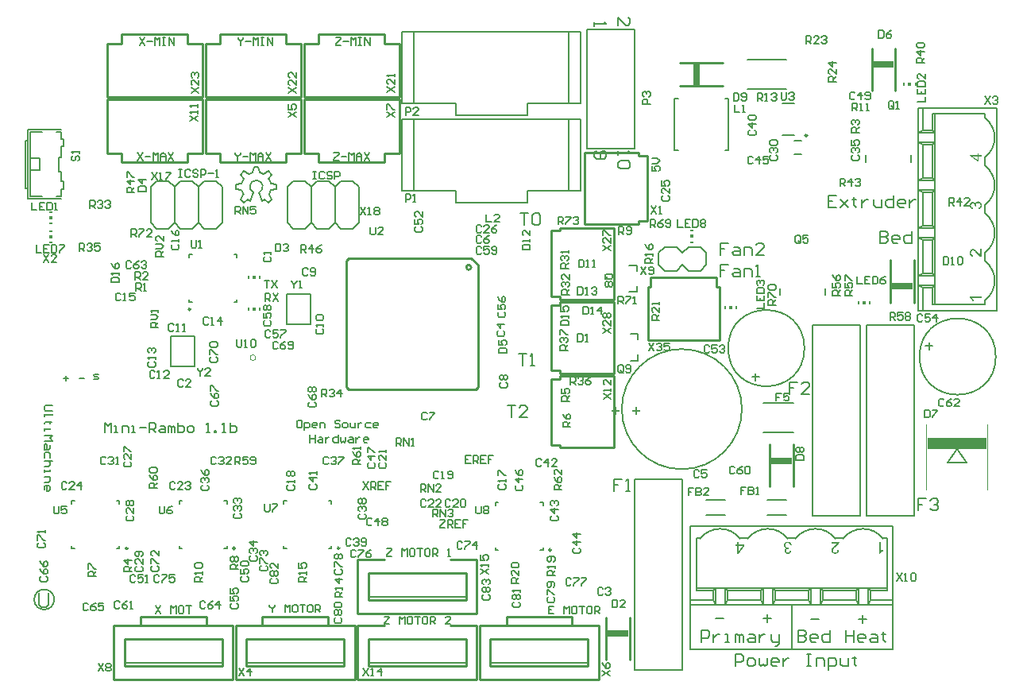
<source format=gto>
%FSLAX24Y24*%
%MOIN*%
G70*
G01*
G75*
G04 Layer_Color=65535*
%ADD10C,0.0650*%
%ADD11R,0.0402X0.0118*%
G04:AMPARAMS|DCode=12|XSize=105mil|YSize=105mil|CornerRadius=26.3mil|HoleSize=0mil|Usage=FLASHONLY|Rotation=180.000|XOffset=0mil|YOffset=0mil|HoleType=Round|Shape=RoundedRectangle|*
%AMROUNDEDRECTD12*
21,1,0.1050,0.0525,0,0,180.0*
21,1,0.0525,0.1050,0,0,180.0*
1,1,0.0525,-0.0263,0.0263*
1,1,0.0525,0.0263,0.0263*
1,1,0.0525,0.0263,-0.0263*
1,1,0.0525,-0.0263,-0.0263*
%
%ADD12ROUNDEDRECTD12*%
%ADD13C,0.0600*%
G04:AMPARAMS|DCode=14|XSize=50mil|YSize=50mil|CornerRadius=25mil|HoleSize=0mil|Usage=FLASHONLY|Rotation=90.000|XOffset=0mil|YOffset=0mil|HoleType=Round|Shape=RoundedRectangle|*
%AMROUNDEDRECTD14*
21,1,0.0500,0.0000,0,0,90.0*
21,1,0.0000,0.0500,0,0,90.0*
1,1,0.0500,0.0000,0.0000*
1,1,0.0500,0.0000,0.0000*
1,1,0.0500,0.0000,0.0000*
1,1,0.0500,0.0000,0.0000*
%
%ADD14ROUNDEDRECTD14*%
G04:AMPARAMS|DCode=15|XSize=29.1mil|YSize=39.4mil|CornerRadius=5.8mil|HoleSize=0mil|Usage=FLASHONLY|Rotation=90.000|XOffset=0mil|YOffset=0mil|HoleType=Round|Shape=RoundedRectangle|*
%AMROUNDEDRECTD15*
21,1,0.0291,0.0277,0,0,90.0*
21,1,0.0175,0.0394,0,0,90.0*
1,1,0.0117,0.0139,0.0087*
1,1,0.0117,0.0139,-0.0087*
1,1,0.0117,-0.0139,-0.0087*
1,1,0.0117,-0.0139,0.0087*
%
%ADD15ROUNDEDRECTD15*%
G04:AMPARAMS|DCode=16|XSize=29.1mil|YSize=39.4mil|CornerRadius=5.8mil|HoleSize=0mil|Usage=FLASHONLY|Rotation=180.000|XOffset=0mil|YOffset=0mil|HoleType=Round|Shape=RoundedRectangle|*
%AMROUNDEDRECTD16*
21,1,0.0291,0.0277,0,0,180.0*
21,1,0.0175,0.0394,0,0,180.0*
1,1,0.0117,-0.0087,0.0139*
1,1,0.0117,0.0087,0.0139*
1,1,0.0117,0.0087,-0.0139*
1,1,0.0117,-0.0087,-0.0139*
%
%ADD16ROUNDEDRECTD16*%
%ADD17R,0.1673X0.0465*%
G04:AMPARAMS|DCode=18|XSize=22mil|YSize=24mil|CornerRadius=4.4mil|HoleSize=0mil|Usage=FLASHONLY|Rotation=180.000|XOffset=0mil|YOffset=0mil|HoleType=Round|Shape=RoundedRectangle|*
%AMROUNDEDRECTD18*
21,1,0.0220,0.0152,0,0,180.0*
21,1,0.0132,0.0240,0,0,180.0*
1,1,0.0088,-0.0066,0.0076*
1,1,0.0088,0.0066,0.0076*
1,1,0.0088,0.0066,-0.0076*
1,1,0.0088,-0.0066,-0.0076*
%
%ADD18ROUNDEDRECTD18*%
G04:AMPARAMS|DCode=19|XSize=22mil|YSize=24mil|CornerRadius=4.4mil|HoleSize=0mil|Usage=FLASHONLY|Rotation=90.000|XOffset=0mil|YOffset=0mil|HoleType=Round|Shape=RoundedRectangle|*
%AMROUNDEDRECTD19*
21,1,0.0220,0.0152,0,0,90.0*
21,1,0.0132,0.0240,0,0,90.0*
1,1,0.0088,0.0076,0.0066*
1,1,0.0088,0.0076,-0.0066*
1,1,0.0088,-0.0076,-0.0066*
1,1,0.0088,-0.0076,0.0066*
%
%ADD19ROUNDEDRECTD19*%
G04:AMPARAMS|DCode=20|XSize=52mil|YSize=60mil|CornerRadius=13mil|HoleSize=0mil|Usage=FLASHONLY|Rotation=0.000|XOffset=0mil|YOffset=0mil|HoleType=Round|Shape=RoundedRectangle|*
%AMROUNDEDRECTD20*
21,1,0.0520,0.0340,0,0,0.0*
21,1,0.0260,0.0600,0,0,0.0*
1,1,0.0260,0.0130,-0.0170*
1,1,0.0260,-0.0130,-0.0170*
1,1,0.0260,-0.0130,0.0170*
1,1,0.0260,0.0130,0.0170*
%
%ADD20ROUNDEDRECTD20*%
G04:AMPARAMS|DCode=21|XSize=52mil|YSize=60mil|CornerRadius=13mil|HoleSize=0mil|Usage=FLASHONLY|Rotation=270.000|XOffset=0mil|YOffset=0mil|HoleType=Round|Shape=RoundedRectangle|*
%AMROUNDEDRECTD21*
21,1,0.0520,0.0340,0,0,270.0*
21,1,0.0260,0.0600,0,0,270.0*
1,1,0.0260,-0.0170,-0.0130*
1,1,0.0260,-0.0170,0.0130*
1,1,0.0260,0.0170,0.0130*
1,1,0.0260,0.0170,-0.0130*
%
%ADD21ROUNDEDRECTD21*%
%ADD22R,0.0433X0.0669*%
%ADD23R,0.0200X0.0260*%
%ADD24R,0.0543X0.0709*%
G04:AMPARAMS|DCode=25|XSize=63mil|YSize=71mil|CornerRadius=15.8mil|HoleSize=0mil|Usage=FLASHONLY|Rotation=270.000|XOffset=0mil|YOffset=0mil|HoleType=Round|Shape=RoundedRectangle|*
%AMROUNDEDRECTD25*
21,1,0.0630,0.0395,0,0,270.0*
21,1,0.0315,0.0710,0,0,270.0*
1,1,0.0315,-0.0198,-0.0158*
1,1,0.0315,-0.0198,0.0158*
1,1,0.0315,0.0198,0.0158*
1,1,0.0315,0.0198,-0.0158*
%
%ADD25ROUNDEDRECTD25*%
%ADD26R,0.0500X0.0150*%
%ADD27R,0.0790X0.0790*%
%ADD28R,0.0790X0.0790*%
%ADD29R,0.0280X0.0200*%
%ADD30R,0.0200X0.0280*%
%ADD31R,0.0360X0.0320*%
%ADD32R,0.1260X0.0630*%
%ADD33R,0.0240X0.0240*%
%ADD34R,0.0354X0.1299*%
%ADD35R,0.0420X0.0520*%
%ADD36R,0.0480X0.0480*%
%ADD37R,0.0480X0.0480*%
G04:AMPARAMS|DCode=38|XSize=40mil|YSize=40mil|CornerRadius=20mil|HoleSize=0mil|Usage=FLASHONLY|Rotation=0.000|XOffset=0mil|YOffset=0mil|HoleType=Round|Shape=RoundedRectangle|*
%AMROUNDEDRECTD38*
21,1,0.0400,0.0000,0,0,0.0*
21,1,0.0000,0.0400,0,0,0.0*
1,1,0.0400,0.0000,0.0000*
1,1,0.0400,0.0000,0.0000*
1,1,0.0400,0.0000,0.0000*
1,1,0.0400,0.0000,0.0000*
%
%ADD38ROUNDEDRECTD38*%
%ADD39R,0.0236X0.1319*%
%ADD40R,0.1370X0.1370*%
G04:AMPARAMS|DCode=41|XSize=11mil|YSize=31.5mil|CornerRadius=4.4mil|HoleSize=0mil|Usage=FLASHONLY|Rotation=0.000|XOffset=0mil|YOffset=0mil|HoleType=Round|Shape=RoundedRectangle|*
%AMROUNDEDRECTD41*
21,1,0.0110,0.0227,0,0,0.0*
21,1,0.0022,0.0315,0,0,0.0*
1,1,0.0088,0.0011,-0.0113*
1,1,0.0088,-0.0011,-0.0113*
1,1,0.0088,-0.0011,0.0113*
1,1,0.0088,0.0011,0.0113*
%
%ADD41ROUNDEDRECTD41*%
G04:AMPARAMS|DCode=42|XSize=11mil|YSize=31.5mil|CornerRadius=4.4mil|HoleSize=0mil|Usage=FLASHONLY|Rotation=270.000|XOffset=0mil|YOffset=0mil|HoleType=Round|Shape=RoundedRectangle|*
%AMROUNDEDRECTD42*
21,1,0.0110,0.0227,0,0,270.0*
21,1,0.0022,0.0315,0,0,270.0*
1,1,0.0088,-0.0113,-0.0011*
1,1,0.0088,-0.0113,0.0011*
1,1,0.0088,0.0113,0.0011*
1,1,0.0088,0.0113,-0.0011*
%
%ADD42ROUNDEDRECTD42*%
%ADD43R,0.1370X0.1370*%
%ADD44R,0.0120X0.0600*%
%ADD45R,0.0600X0.0120*%
%ADD46R,0.1970X0.1700*%
%ADD47R,0.0280X0.0560*%
%ADD48C,0.0080*%
%ADD49C,0.0200*%
%ADD50C,0.0240*%
%ADD51C,0.0070*%
%ADD52C,0.0100*%
%ADD53C,0.0500*%
%ADD54C,0.0400*%
%ADD55C,0.0120*%
%ADD56C,0.0160*%
%ADD57C,0.0250*%
%ADD58C,0.0600*%
%ADD59C,0.0320*%
%ADD60R,0.0551X0.0472*%
%ADD61R,0.1929X0.1457*%
%ADD62R,0.1575X0.0984*%
%ADD63R,0.1299X0.1063*%
%ADD64C,0.0800*%
%ADD65P,0.0671X8X22.5*%
G04:AMPARAMS|DCode=66|XSize=140mil|YSize=200mil|CornerRadius=0mil|HoleSize=0mil|Usage=FLASHONLY|Rotation=90.000|XOffset=0mil|YOffset=0mil|HoleType=Round|Shape=Octagon|*
%AMOCTAGOND66*
4,1,8,-0.1000,-0.0350,-0.1000,0.0350,-0.0650,0.0700,0.0650,0.0700,0.1000,0.0350,0.1000,-0.0350,0.0650,-0.0700,-0.0650,-0.0700,-0.1000,-0.0350,0.0*
%
%ADD66OCTAGOND66*%

G04:AMPARAMS|DCode=67|XSize=133.9mil|YSize=200mil|CornerRadius=0mil|HoleSize=0mil|Usage=FLASHONLY|Rotation=90.000|XOffset=0mil|YOffset=0mil|HoleType=Round|Shape=Octagon|*
%AMOCTAGOND67*
4,1,8,-0.1000,-0.0335,-0.1000,0.0335,-0.0665,0.0669,0.0665,0.0669,0.1000,0.0335,0.1000,-0.0335,0.0665,-0.0669,-0.0665,-0.0669,-0.1000,-0.0335,0.0*
%
%ADD67OCTAGOND67*%

%ADD68C,0.0840*%
%ADD69P,0.0909X8X22.5*%
%ADD70P,0.0909X8X112.5*%
%ADD71O,0.0825X0.1650*%
%ADD72O,0.1650X0.0825*%
%ADD73O,0.0600X0.1200*%
%ADD74C,0.1000*%
%ADD75C,0.0540*%
%ADD76C,0.1305*%
%ADD77R,0.0591X0.0591*%
%ADD78O,0.1024X0.0591*%
%ADD79C,0.0591*%
%ADD80O,0.1200X0.0600*%
%ADD81P,0.0758X8X292.5*%
%ADD82C,0.0360*%
%ADD83O,0.0540X0.0360*%
%ADD84C,0.0300*%
%ADD85C,0.0500*%
%ADD86C,0.0320*%
%ADD87C,0.0400*%
%ADD88C,0.1421*%
%ADD89C,0.0390*%
%ADD90C,0.0640*%
G04:AMPARAMS|DCode=91|XSize=98mil|YSize=98mil|CornerRadius=0mil|HoleSize=0mil|Usage=FLASHONLY|Rotation=0.000|XOffset=0mil|YOffset=0mil|HoleType=Round|Shape=Relief|Width=10mil|Gap=10mil|Entries=4|*
%AMTHD91*
7,0,0,0.0980,0.0780,0.0100,45*
%
%ADD91THD91*%
%ADD92C,0.0620*%
%ADD93C,0.1240*%
G04:AMPARAMS|DCode=94|XSize=100mil|YSize=100mil|CornerRadius=0mil|HoleSize=0mil|Usage=FLASHONLY|Rotation=0.000|XOffset=0mil|YOffset=0mil|HoleType=Round|Shape=Relief|Width=10mil|Gap=10mil|Entries=4|*
%AMTHD94*
7,0,0,0.1000,0.0800,0.0100,45*
%
%ADD94THD94*%
G04:AMPARAMS|DCode=95|XSize=115mil|YSize=115mil|CornerRadius=0mil|HoleSize=0mil|Usage=FLASHONLY|Rotation=0.000|XOffset=0mil|YOffset=0mil|HoleType=Round|Shape=Relief|Width=10mil|Gap=10mil|Entries=4|*
%AMTHD95*
7,0,0,0.1150,0.0950,0.0100,45*
%
%ADD95THD95*%
%ADD96C,0.0790*%
%ADD97C,0.1110*%
%ADD98C,0.0594*%
G04:AMPARAMS|DCode=99|XSize=95.433mil|YSize=95.433mil|CornerRadius=0mil|HoleSize=0mil|Usage=FLASHONLY|Rotation=0.000|XOffset=0mil|YOffset=0mil|HoleType=Round|Shape=Relief|Width=10mil|Gap=10mil|Entries=4|*
%AMTHD99*
7,0,0,0.0954,0.0754,0.0100,45*
%
%ADD99THD99*%
%ADD100C,0.0830*%
%ADD101C,0.0460*%
G04:AMPARAMS|DCode=102|XSize=82mil|YSize=82mil|CornerRadius=0mil|HoleSize=0mil|Usage=FLASHONLY|Rotation=0.000|XOffset=0mil|YOffset=0mil|HoleType=Round|Shape=Relief|Width=10mil|Gap=10mil|Entries=4|*
%AMTHD102*
7,0,0,0.0820,0.0620,0.0100,45*
%
%ADD102THD102*%
%ADD103C,0.0520*%
%ADD104C,0.1400*%
%ADD105C,0.1300*%
%ADD106C,0.1040*%
%ADD107C,0.0800*%
%ADD108R,0.3622X0.4331*%
%ADD109R,0.3583X0.4284*%
%ADD110R,0.3425X0.4284*%
%ADD111R,0.4094X0.4331*%
G04:AMPARAMS|DCode=112|XSize=50mil|YSize=50mil|CornerRadius=25mil|HoleSize=0mil|Usage=FLASHONLY|Rotation=180.000|XOffset=0mil|YOffset=0mil|HoleType=Round|Shape=RoundedRectangle|*
%AMROUNDEDRECTD112*
21,1,0.0500,0.0000,0,0,180.0*
21,1,0.0000,0.0500,0,0,180.0*
1,1,0.0500,0.0000,0.0000*
1,1,0.0500,0.0000,0.0000*
1,1,0.0500,0.0000,0.0000*
1,1,0.0500,0.0000,0.0000*
%
%ADD112ROUNDEDRECTD112*%
G04:AMPARAMS|DCode=113|XSize=46mil|YSize=63mil|CornerRadius=11.5mil|HoleSize=0mil|Usage=FLASHONLY|Rotation=90.000|XOffset=0mil|YOffset=0mil|HoleType=Round|Shape=RoundedRectangle|*
%AMROUNDEDRECTD113*
21,1,0.0460,0.0400,0,0,90.0*
21,1,0.0230,0.0630,0,0,90.0*
1,1,0.0230,0.0200,0.0115*
1,1,0.0230,0.0200,-0.0115*
1,1,0.0230,-0.0200,-0.0115*
1,1,0.0230,-0.0200,0.0115*
%
%ADD113ROUNDEDRECTD113*%
%ADD114C,0.0098*%
%ADD115C,0.0050*%
%ADD116C,0.0060*%
%ADD117C,0.0000*%
%ADD118C,0.0079*%
%ADD119C,0.0040*%
%ADD120R,0.0295X0.0879*%
%ADD121R,0.0879X0.0295*%
%ADD122R,0.2450X0.0492*%
%ADD123R,0.0119X0.0120*%
%ADD124R,0.0060X0.0120*%
%ADD125R,0.0059X0.0120*%
%ADD126R,0.0120X0.0119*%
%ADD127R,0.0120X0.0060*%
%ADD128R,0.0120X0.0059*%
G36*
X49941Y32277D02*
X50060D01*
Y32215D01*
X49941D01*
Y32000D01*
X49885D01*
X49564Y32227D01*
Y32277D01*
X49885D01*
Y32344D01*
X49941D01*
Y32277D01*
D02*
G37*
G36*
X34720Y21572D02*
X34856D01*
Y21515D01*
X34720D01*
Y21379D01*
X34663D01*
Y21515D01*
X34528D01*
Y21572D01*
X34663D01*
Y21707D01*
X34720D01*
Y21572D01*
D02*
G37*
G36*
X49924Y30324D02*
X49930Y30323D01*
X49936Y30322D01*
X49944Y30321D01*
X49951Y30318D01*
X49969Y30313D01*
X49978Y30309D01*
X49987Y30304D01*
X49997Y30299D01*
X50006Y30293D01*
X50015Y30285D01*
X50024Y30277D01*
X50024Y30276D01*
X50026Y30274D01*
X50027Y30272D01*
X50031Y30268D01*
X50034Y30264D01*
X50038Y30258D01*
X50042Y30251D01*
X50046Y30244D01*
X50050Y30236D01*
X50054Y30227D01*
X50058Y30217D01*
X50062Y30206D01*
X50065Y30195D01*
X50066Y30183D01*
X50068Y30170D01*
X50068Y30157D01*
Y30156D01*
Y30154D01*
Y30151D01*
X50068Y30147D01*
X50067Y30141D01*
X50066Y30135D01*
X50065Y30127D01*
X50064Y30119D01*
X50059Y30102D01*
X50052Y30084D01*
X50048Y30075D01*
X50043Y30067D01*
X50037Y30057D01*
X50030Y30049D01*
X50029Y30048D01*
X50028Y30048D01*
X50026Y30045D01*
X50023Y30042D01*
X50018Y30039D01*
X50014Y30036D01*
X50009Y30031D01*
X50003Y30027D01*
X49987Y30018D01*
X49970Y30011D01*
X49950Y30004D01*
X49940Y30002D01*
X49928Y30000D01*
X49920Y30061D01*
X49921D01*
X49922Y30062D01*
X49925D01*
X49928Y30064D01*
X49938Y30066D01*
X49949Y30070D01*
X49961Y30074D01*
X49974Y30080D01*
X49985Y30088D01*
X49995Y30096D01*
X49996Y30098D01*
X49999Y30101D01*
X50002Y30106D01*
X50006Y30113D01*
X50010Y30122D01*
X50014Y30132D01*
X50017Y30144D01*
X50018Y30157D01*
Y30158D01*
Y30160D01*
Y30162D01*
X50017Y30165D01*
X50016Y30172D01*
X50014Y30182D01*
X50010Y30194D01*
X50006Y30206D01*
X49998Y30218D01*
X49988Y30230D01*
X49987Y30231D01*
X49983Y30234D01*
X49977Y30239D01*
X49968Y30245D01*
X49957Y30250D01*
X49944Y30255D01*
X49930Y30258D01*
X49914Y30259D01*
X49910D01*
X49907Y30259D01*
X49900Y30258D01*
X49890Y30256D01*
X49879Y30252D01*
X49867Y30247D01*
X49856Y30240D01*
X49845Y30231D01*
X49844Y30230D01*
X49841Y30227D01*
X49837Y30221D01*
X49832Y30212D01*
X49826Y30203D01*
X49823Y30191D01*
X49820Y30178D01*
X49818Y30163D01*
Y30162D01*
Y30160D01*
Y30156D01*
X49819Y30150D01*
X49820Y30144D01*
X49820Y30137D01*
X49822Y30129D01*
X49824Y30119D01*
X49770Y30126D01*
Y30127D01*
Y30130D01*
X49771Y30133D01*
Y30136D01*
Y30137D01*
Y30138D01*
Y30140D01*
Y30143D01*
X49770Y30150D01*
X49769Y30160D01*
X49767Y30170D01*
X49763Y30181D01*
X49758Y30194D01*
X49752Y30206D01*
X49751Y30207D01*
X49748Y30211D01*
X49742Y30215D01*
X49736Y30222D01*
X49727Y30228D01*
X49717Y30232D01*
X49704Y30236D01*
X49689Y30237D01*
X49684D01*
X49677Y30236D01*
X49669Y30234D01*
X49661Y30232D01*
X49652Y30228D01*
X49642Y30222D01*
X49634Y30215D01*
X49633Y30214D01*
X49630Y30211D01*
X49626Y30206D01*
X49622Y30199D01*
X49618Y30191D01*
X49615Y30181D01*
X49612Y30169D01*
X49611Y30156D01*
Y30156D01*
Y30155D01*
Y30150D01*
X49612Y30144D01*
X49614Y30136D01*
X49616Y30126D01*
X49621Y30116D01*
X49626Y30107D01*
X49634Y30097D01*
X49634Y30096D01*
X49637Y30093D01*
X49643Y30089D01*
X49650Y30085D01*
X49659Y30079D01*
X49671Y30075D01*
X49684Y30070D01*
X49700Y30067D01*
X49690Y30006D01*
X49689D01*
X49687Y30007D01*
X49684Y30008D01*
X49680Y30008D01*
X49674Y30010D01*
X49668Y30011D01*
X49655Y30017D01*
X49640Y30023D01*
X49624Y30032D01*
X49609Y30042D01*
X49595Y30056D01*
X49594Y30057D01*
X49594Y30057D01*
X49592Y30060D01*
X49590Y30064D01*
X49587Y30067D01*
X49584Y30072D01*
X49578Y30083D01*
X49572Y30098D01*
X49566Y30115D01*
X49563Y30134D01*
X49561Y30144D01*
Y30155D01*
Y30156D01*
Y30156D01*
Y30159D01*
Y30162D01*
X49562Y30169D01*
X49563Y30179D01*
X49566Y30191D01*
X49569Y30203D01*
X49573Y30216D01*
X49579Y30229D01*
Y30230D01*
X49580Y30231D01*
X49582Y30235D01*
X49586Y30241D01*
X49591Y30249D01*
X49598Y30257D01*
X49606Y30266D01*
X49616Y30274D01*
X49627Y30282D01*
X49628Y30283D01*
X49632Y30285D01*
X49638Y30288D01*
X49646Y30291D01*
X49656Y30294D01*
X49666Y30297D01*
X49677Y30299D01*
X49690Y30300D01*
X49696D01*
X49702Y30299D01*
X49709Y30298D01*
X49718Y30296D01*
X49728Y30293D01*
X49739Y30289D01*
X49749Y30283D01*
X49750Y30282D01*
X49753Y30280D01*
X49758Y30275D01*
X49764Y30270D01*
X49770Y30262D01*
X49777Y30254D01*
X49785Y30243D01*
X49791Y30231D01*
Y30232D01*
X49792Y30234D01*
Y30236D01*
X49793Y30239D01*
X49795Y30246D01*
X49800Y30256D01*
X49805Y30267D01*
X49813Y30278D01*
X49822Y30290D01*
X49833Y30299D01*
X49835Y30300D01*
X49839Y30303D01*
X49846Y30307D01*
X49855Y30312D01*
X49866Y30317D01*
X49880Y30321D01*
X49896Y30324D01*
X49913Y30324D01*
X49919D01*
X49924Y30324D01*
D02*
G37*
G36*
X50060Y26272D02*
X49671D01*
X49672Y26271D01*
X49675Y26268D01*
X49679Y26263D01*
X49684Y26256D01*
X49691Y26248D01*
X49698Y26238D01*
X49706Y26226D01*
X49714Y26214D01*
Y26213D01*
X49715Y26212D01*
X49718Y26207D01*
X49721Y26201D01*
X49726Y26192D01*
X49731Y26183D01*
X49736Y26172D01*
X49741Y26161D01*
X49745Y26150D01*
X49686D01*
Y26151D01*
X49685Y26152D01*
X49684Y26155D01*
X49681Y26158D01*
X49679Y26163D01*
X49677Y26168D01*
X49670Y26180D01*
X49662Y26194D01*
X49652Y26209D01*
X49640Y26224D01*
X49628Y26238D01*
X49628Y26239D01*
X49627Y26240D01*
X49622Y26244D01*
X49615Y26251D01*
X49607Y26260D01*
X49597Y26269D01*
X49585Y26278D01*
X49573Y26286D01*
X49561Y26293D01*
Y26333D01*
X50060D01*
Y26272D01*
D02*
G37*
G36*
Y28001D02*
X50052D01*
X50046Y28002D01*
X50040Y28002D01*
X50034Y28003D01*
X50026Y28005D01*
X50018Y28008D01*
X50018D01*
X50017Y28008D01*
X50012Y28010D01*
X50006Y28013D01*
X49997Y28017D01*
X49987Y28023D01*
X49976Y28030D01*
X49965Y28038D01*
X49953Y28048D01*
X49952D01*
X49951Y28049D01*
X49947Y28053D01*
X49940Y28059D01*
X49931Y28068D01*
X49920Y28079D01*
X49907Y28093D01*
X49893Y28110D01*
X49877Y28128D01*
X49876Y28129D01*
X49874Y28132D01*
X49871Y28135D01*
X49866Y28141D01*
X49860Y28147D01*
X49854Y28155D01*
X49839Y28172D01*
X49822Y28190D01*
X49804Y28208D01*
X49796Y28217D01*
X49788Y28225D01*
X49780Y28231D01*
X49772Y28237D01*
X49771D01*
X49770Y28239D01*
X49768Y28240D01*
X49765Y28242D01*
X49758Y28246D01*
X49748Y28252D01*
X49736Y28257D01*
X49724Y28262D01*
X49711Y28265D01*
X49698Y28266D01*
X49696D01*
X49692Y28265D01*
X49685Y28265D01*
X49677Y28263D01*
X49667Y28259D01*
X49657Y28255D01*
X49646Y28249D01*
X49637Y28240D01*
X49636Y28238D01*
X49633Y28235D01*
X49629Y28229D01*
X49624Y28222D01*
X49619Y28212D01*
X49615Y28200D01*
X49612Y28187D01*
X49612Y28172D01*
Y28171D01*
Y28169D01*
Y28167D01*
X49612Y28164D01*
X49613Y28156D01*
X49615Y28147D01*
X49619Y28135D01*
X49623Y28123D01*
X49630Y28112D01*
X49639Y28101D01*
X49640Y28101D01*
X49643Y28098D01*
X49649Y28093D01*
X49658Y28088D01*
X49668Y28083D01*
X49680Y28079D01*
X49695Y28076D01*
X49711Y28075D01*
X49705Y28012D01*
X49702D01*
X49698Y28013D01*
X49693Y28014D01*
X49687Y28015D01*
X49680Y28016D01*
X49665Y28020D01*
X49648Y28026D01*
X49631Y28035D01*
X49613Y28046D01*
X49606Y28052D01*
X49598Y28060D01*
X49597Y28060D01*
X49597Y28062D01*
X49594Y28064D01*
X49592Y28067D01*
X49590Y28072D01*
X49586Y28077D01*
X49583Y28083D01*
X49579Y28090D01*
X49576Y28098D01*
X49572Y28106D01*
X49569Y28116D01*
X49567Y28126D01*
X49563Y28148D01*
X49562Y28160D01*
X49561Y28173D01*
Y28174D01*
Y28176D01*
Y28180D01*
X49562Y28185D01*
X49563Y28191D01*
X49563Y28198D01*
X49564Y28206D01*
X49566Y28214D01*
X49571Y28232D01*
X49578Y28251D01*
X49582Y28261D01*
X49587Y28270D01*
X49594Y28278D01*
X49601Y28287D01*
X49602Y28287D01*
X49603Y28288D01*
X49605Y28290D01*
X49608Y28293D01*
X49612Y28296D01*
X49617Y28300D01*
X49628Y28308D01*
X49643Y28315D01*
X49659Y28322D01*
X49678Y28327D01*
X49689Y28328D01*
X49699Y28329D01*
X49705D01*
X49711Y28328D01*
X49718Y28327D01*
X49727Y28326D01*
X49737Y28324D01*
X49748Y28321D01*
X49758Y28316D01*
X49760Y28315D01*
X49764Y28314D01*
X49769Y28311D01*
X49777Y28306D01*
X49786Y28301D01*
X49796Y28294D01*
X49807Y28285D01*
X49819Y28275D01*
X49820Y28274D01*
X49825Y28270D01*
X49832Y28263D01*
X49836Y28259D01*
X49842Y28253D01*
X49848Y28247D01*
X49854Y28240D01*
X49861Y28232D01*
X49869Y28224D01*
X49878Y28215D01*
X49887Y28204D01*
X49896Y28194D01*
X49907Y28181D01*
X49907Y28181D01*
X49909Y28179D01*
X49911Y28176D01*
X49914Y28172D01*
X49922Y28163D01*
X49931Y28152D01*
X49942Y28141D01*
X49953Y28129D01*
X49962Y28119D01*
X49966Y28115D01*
X49969Y28111D01*
X49970Y28110D01*
X49972Y28109D01*
X49975Y28106D01*
X49980Y28102D01*
X49990Y28094D01*
X50002Y28085D01*
Y28330D01*
X50060D01*
Y28001D01*
D02*
G37*
G36*
X39871Y15928D02*
X40087D01*
Y15872D01*
X39860Y15551D01*
X39810D01*
Y15872D01*
X39743D01*
Y15928D01*
X39810D01*
Y16047D01*
X39871D01*
Y15928D01*
D02*
G37*
G36*
X35586Y21572D02*
X35722D01*
Y21515D01*
X35586D01*
Y21379D01*
X35529D01*
Y21515D01*
X35394D01*
Y21572D01*
X35529D01*
Y21707D01*
X35586D01*
Y21572D01*
D02*
G37*
G36*
X41940Y16054D02*
X41946Y16054D01*
X41952Y16053D01*
X41960Y16052D01*
X41967Y16051D01*
X41985Y16046D01*
X42003Y16039D01*
X42012Y16035D01*
X42020Y16029D01*
X42029Y16023D01*
X42037Y16017D01*
X42038Y16016D01*
X42039Y16015D01*
X42041Y16013D01*
X42044Y16010D01*
X42047Y16005D01*
X42051Y16001D01*
X42056Y15995D01*
X42059Y15989D01*
X42068Y15974D01*
X42076Y15957D01*
X42083Y15937D01*
X42085Y15927D01*
X42087Y15915D01*
X42025Y15907D01*
Y15908D01*
X42025Y15909D01*
Y15912D01*
X42023Y15915D01*
X42021Y15924D01*
X42017Y15936D01*
X42013Y15948D01*
X42006Y15961D01*
X41999Y15972D01*
X41991Y15982D01*
X41989Y15983D01*
X41986Y15986D01*
X41981Y15989D01*
X41973Y15993D01*
X41965Y15997D01*
X41954Y16001D01*
X41942Y16004D01*
X41929Y16005D01*
X41925D01*
X41922Y16004D01*
X41914Y16003D01*
X41904Y16001D01*
X41892Y15997D01*
X41880Y15992D01*
X41868Y15985D01*
X41857Y15975D01*
X41855Y15974D01*
X41852Y15970D01*
X41848Y15964D01*
X41842Y15955D01*
X41836Y15944D01*
X41832Y15931D01*
X41829Y15917D01*
X41827Y15901D01*
Y15900D01*
Y15899D01*
Y15897D01*
X41828Y15894D01*
X41829Y15887D01*
X41831Y15877D01*
X41834Y15866D01*
X41839Y15854D01*
X41846Y15843D01*
X41855Y15832D01*
X41857Y15831D01*
X41860Y15828D01*
X41866Y15824D01*
X41874Y15819D01*
X41884Y15813D01*
X41896Y15809D01*
X41909Y15806D01*
X41924Y15805D01*
X41931D01*
X41936Y15806D01*
X41942Y15806D01*
X41950Y15807D01*
X41958Y15809D01*
X41967Y15811D01*
X41960Y15757D01*
X41957D01*
X41954Y15758D01*
X41944D01*
X41937Y15757D01*
X41927Y15756D01*
X41917Y15754D01*
X41905Y15750D01*
X41893Y15745D01*
X41881Y15738D01*
X41879Y15738D01*
X41876Y15735D01*
X41871Y15729D01*
X41865Y15723D01*
X41859Y15714D01*
X41855Y15704D01*
X41851Y15691D01*
X41849Y15676D01*
Y15675D01*
Y15674D01*
Y15670D01*
X41851Y15664D01*
X41852Y15656D01*
X41855Y15648D01*
X41859Y15639D01*
X41864Y15629D01*
X41872Y15620D01*
X41873Y15620D01*
X41876Y15617D01*
X41881Y15613D01*
X41888Y15609D01*
X41896Y15605D01*
X41906Y15602D01*
X41917Y15599D01*
X41930Y15598D01*
X41936D01*
X41943Y15599D01*
X41951Y15601D01*
X41960Y15603D01*
X41970Y15608D01*
X41980Y15613D01*
X41990Y15620D01*
X41991Y15621D01*
X41994Y15624D01*
X41997Y15630D01*
X42002Y15637D01*
X42007Y15646D01*
X42012Y15658D01*
X42016Y15671D01*
X42019Y15687D01*
X42081Y15676D01*
Y15676D01*
X42080Y15673D01*
X42079Y15670D01*
X42078Y15667D01*
X42077Y15661D01*
X42075Y15655D01*
X42070Y15642D01*
X42064Y15627D01*
X42055Y15611D01*
X42044Y15596D01*
X42031Y15582D01*
X42030Y15581D01*
X42029Y15580D01*
X42027Y15579D01*
X42023Y15577D01*
X42019Y15574D01*
X42015Y15571D01*
X42003Y15565D01*
X41989Y15558D01*
X41972Y15553D01*
X41953Y15549D01*
X41942Y15548D01*
X41925D01*
X41917Y15549D01*
X41907Y15550D01*
X41896Y15552D01*
X41883Y15555D01*
X41870Y15560D01*
X41858Y15566D01*
X41857D01*
X41856Y15567D01*
X41852Y15569D01*
X41845Y15573D01*
X41838Y15578D01*
X41830Y15585D01*
X41821Y15593D01*
X41812Y15603D01*
X41805Y15614D01*
X41804Y15615D01*
X41802Y15619D01*
X41799Y15625D01*
X41796Y15633D01*
X41793Y15642D01*
X41790Y15653D01*
X41787Y15664D01*
X41786Y15677D01*
Y15679D01*
Y15682D01*
X41787Y15689D01*
X41789Y15696D01*
X41791Y15705D01*
X41794Y15715D01*
X41798Y15726D01*
X41804Y15735D01*
X41805Y15737D01*
X41807Y15740D01*
X41811Y15744D01*
X41817Y15750D01*
X41824Y15757D01*
X41833Y15764D01*
X41843Y15772D01*
X41855Y15778D01*
X41855D01*
X41853Y15778D01*
X41851D01*
X41848Y15780D01*
X41840Y15782D01*
X41830Y15787D01*
X41820Y15792D01*
X41808Y15800D01*
X41797Y15809D01*
X41787Y15820D01*
X41786Y15822D01*
X41783Y15826D01*
X41780Y15833D01*
X41774Y15842D01*
X41770Y15853D01*
X41766Y15867D01*
X41763Y15883D01*
X41762Y15900D01*
Y15901D01*
Y15903D01*
Y15906D01*
X41763Y15911D01*
X41764Y15917D01*
X41765Y15923D01*
X41766Y15930D01*
X41768Y15938D01*
X41774Y15955D01*
X41777Y15965D01*
X41783Y15974D01*
X41788Y15983D01*
X41794Y15992D01*
X41802Y16001D01*
X41810Y16011D01*
X41811Y16011D01*
X41812Y16013D01*
X41814Y16014D01*
X41818Y16017D01*
X41823Y16021D01*
X41829Y16025D01*
X41836Y16029D01*
X41842Y16032D01*
X41851Y16037D01*
X41860Y16041D01*
X41870Y16045D01*
X41880Y16048D01*
X41892Y16051D01*
X41904Y16053D01*
X41917Y16054D01*
X41929Y16055D01*
X41935D01*
X41940Y16054D01*
D02*
G37*
G36*
X45815Y15658D02*
X45816Y15659D01*
X45819Y15662D01*
X45824Y15666D01*
X45831Y15671D01*
X45839Y15678D01*
X45849Y15685D01*
X45860Y15693D01*
X45873Y15701D01*
X45874D01*
X45875Y15701D01*
X45879Y15704D01*
X45886Y15708D01*
X45894Y15713D01*
X45904Y15718D01*
X45915Y15723D01*
X45926Y15728D01*
X45937Y15732D01*
Y15673D01*
X45936D01*
X45934Y15672D01*
X45931Y15670D01*
X45928Y15668D01*
X45924Y15666D01*
X45918Y15664D01*
X45906Y15657D01*
X45893Y15648D01*
X45878Y15639D01*
X45863Y15627D01*
X45848Y15615D01*
X45847Y15614D01*
X45847Y15614D01*
X45842Y15609D01*
X45835Y15602D01*
X45827Y15594D01*
X45818Y15583D01*
X45809Y15572D01*
X45801Y15560D01*
X45794Y15548D01*
X45754D01*
Y16047D01*
X45815D01*
Y15658D01*
D02*
G37*
G36*
X44086Y16046D02*
Y16043D01*
Y16039D01*
X44085Y16033D01*
X44084Y16027D01*
X44084Y16020D01*
X44081Y16013D01*
X44079Y16005D01*
Y16005D01*
X44078Y16004D01*
X44077Y15999D01*
X44074Y15993D01*
X44069Y15984D01*
X44064Y15974D01*
X44056Y15963D01*
X44049Y15952D01*
X44039Y15940D01*
Y15939D01*
X44037Y15938D01*
X44034Y15933D01*
X44028Y15927D01*
X44019Y15918D01*
X44007Y15907D01*
X43994Y15894D01*
X43977Y15880D01*
X43959Y15864D01*
X43958Y15863D01*
X43955Y15861D01*
X43951Y15858D01*
X43946Y15853D01*
X43939Y15847D01*
X43932Y15840D01*
X43915Y15826D01*
X43897Y15809D01*
X43879Y15791D01*
X43870Y15783D01*
X43862Y15775D01*
X43855Y15766D01*
X43849Y15759D01*
Y15758D01*
X43848Y15757D01*
X43846Y15755D01*
X43845Y15752D01*
X43840Y15744D01*
X43835Y15735D01*
X43830Y15723D01*
X43825Y15711D01*
X43822Y15698D01*
X43821Y15685D01*
Y15684D01*
Y15683D01*
X43821Y15679D01*
X43822Y15672D01*
X43824Y15664D01*
X43827Y15654D01*
X43832Y15644D01*
X43838Y15633D01*
X43847Y15623D01*
X43848Y15623D01*
X43851Y15620D01*
X43858Y15616D01*
X43865Y15611D01*
X43875Y15606D01*
X43886Y15602D01*
X43900Y15599D01*
X43915Y15599D01*
X43920D01*
X43923Y15599D01*
X43930Y15600D01*
X43940Y15602D01*
X43951Y15605D01*
X43963Y15610D01*
X43975Y15617D01*
X43985Y15626D01*
X43986Y15627D01*
X43989Y15630D01*
X43994Y15636D01*
X43998Y15645D01*
X44003Y15655D01*
X44007Y15667D01*
X44010Y15682D01*
X44012Y15698D01*
X44075Y15692D01*
Y15691D01*
Y15689D01*
X44074Y15685D01*
X44073Y15680D01*
X44071Y15674D01*
X44071Y15667D01*
X44066Y15652D01*
X44060Y15635D01*
X44052Y15617D01*
X44040Y15600D01*
X44034Y15592D01*
X44027Y15585D01*
X44026Y15584D01*
X44025Y15583D01*
X44022Y15581D01*
X44019Y15579D01*
X44015Y15577D01*
X44009Y15573D01*
X44003Y15570D01*
X43997Y15566D01*
X43989Y15563D01*
X43981Y15559D01*
X43971Y15556D01*
X43961Y15554D01*
X43938Y15549D01*
X43926Y15549D01*
X43913Y15548D01*
X43907D01*
X43901Y15549D01*
X43895Y15549D01*
X43889Y15550D01*
X43881Y15551D01*
X43873Y15553D01*
X43855Y15558D01*
X43836Y15565D01*
X43826Y15569D01*
X43817Y15574D01*
X43808Y15581D01*
X43800Y15588D01*
X43799Y15589D01*
X43799Y15589D01*
X43796Y15592D01*
X43793Y15595D01*
X43790Y15599D01*
X43786Y15604D01*
X43779Y15615D01*
X43771Y15630D01*
X43765Y15646D01*
X43759Y15665D01*
X43759Y15676D01*
X43758Y15686D01*
Y15688D01*
Y15692D01*
X43759Y15698D01*
X43759Y15705D01*
X43761Y15714D01*
X43763Y15724D01*
X43766Y15735D01*
X43771Y15745D01*
X43771Y15747D01*
X43773Y15750D01*
X43776Y15756D01*
X43780Y15763D01*
X43786Y15772D01*
X43793Y15783D01*
X43802Y15794D01*
X43811Y15806D01*
X43813Y15807D01*
X43817Y15812D01*
X43824Y15819D01*
X43828Y15823D01*
X43833Y15828D01*
X43839Y15834D01*
X43847Y15841D01*
X43855Y15848D01*
X43863Y15856D01*
X43872Y15865D01*
X43882Y15874D01*
X43893Y15883D01*
X43905Y15893D01*
X43906Y15894D01*
X43907Y15896D01*
X43910Y15898D01*
X43914Y15901D01*
X43923Y15908D01*
X43935Y15918D01*
X43946Y15929D01*
X43958Y15940D01*
X43968Y15949D01*
X43972Y15952D01*
X43975Y15956D01*
X43976Y15957D01*
X43978Y15959D01*
X43981Y15962D01*
X43985Y15967D01*
X43993Y15977D01*
X44001Y15989D01*
X43757D01*
Y16047D01*
X44086D01*
Y16046D01*
D02*
G37*
%LPC*%
G36*
X40027Y15872D02*
X39871D01*
Y15650D01*
X40027Y15872D01*
D02*
G37*
G36*
X49885Y32215D02*
X49663D01*
X49885Y32060D01*
Y32215D01*
D02*
G37*
%LPD*%
D48*
X19740Y30696D02*
G03*
X19500Y30696I-120J245D01*
G01*
X19010Y30786D02*
G03*
X19090Y30606I596J157D01*
G01*
Y31266D02*
G03*
X19010Y31086I505J-332D01*
G01*
X19470Y31536D02*
G03*
X19300Y31466I142J-587D01*
G01*
X19940Y31466D02*
G03*
X19760Y31546I-346J-535D01*
G01*
X20240Y31086D02*
G03*
X20150Y31266I-561J-168D01*
G01*
Y30606D02*
G03*
X20230Y30806I-535J330D01*
G01*
X38508Y27663D02*
Y28163D01*
X36758Y27413D02*
X37258D01*
X36508Y27663D02*
X36758Y27413D01*
X36508Y28163D02*
X36758Y28413D01*
X36508Y27663D02*
Y28163D01*
X37508Y27663D02*
X37758Y27413D01*
X38258D01*
X38508Y27663D01*
X38258Y28413D02*
X38508Y28163D01*
X37758Y28413D02*
X38258D01*
X37508Y28163D02*
X37758Y28413D01*
X37258Y27413D02*
X37508Y27663D01*
X37258Y28413D02*
X37508Y28163D01*
X36758Y28413D02*
X37258D01*
X35644Y24528D02*
Y24764D01*
X35325D02*
X35644D01*
Y23653D02*
Y23893D01*
X35325Y23653D02*
X35644D01*
X35595Y27402D02*
Y27638D01*
X35276D02*
X35595D01*
Y26527D02*
Y26767D01*
X35276Y26527D02*
X35595D01*
X48622Y19386D02*
X49416D01*
X48622D02*
X49016Y19933D01*
X49416Y19386D01*
X19350Y30356D02*
X19500Y30696D01*
X19280Y30396D02*
X19350Y30356D01*
X19100Y30276D02*
X19280Y30396D01*
X18960Y30416D02*
X19100Y30276D01*
X18960Y30416D02*
X19080Y30596D01*
X18780Y30836D02*
X19000Y30796D01*
X18780Y30836D02*
Y31036D01*
X19010Y31076D01*
X18960Y31456D02*
X19090Y31266D01*
X18960Y31456D02*
X19100Y31596D01*
X19290Y31466D01*
X19470Y31536D02*
X19520Y31776D01*
X19710D01*
X19760Y31536D01*
X19940Y31466D02*
X20140Y31596D01*
X20280Y31456D01*
X20140Y31266D02*
X20280Y31456D01*
X20230Y31076D02*
X20450Y31036D01*
Y30836D02*
Y31036D01*
X20230Y30796D02*
X20450Y30836D01*
X20150Y30596D02*
X20280Y30416D01*
X20140Y30276D02*
X20280Y30416D01*
X19960Y30396D02*
X20140Y30276D01*
X19880Y30356D02*
X19960Y30396D01*
X19740Y30696D02*
X19880Y30356D01*
X43509Y26398D02*
Y26683D01*
X41614Y26398D02*
Y26683D01*
X45197Y31988D02*
Y32274D01*
X47092Y31988D02*
Y32274D01*
X34979Y18689D02*
X34646D01*
Y18439D01*
X34812D01*
X34646D01*
Y18189D01*
X35146D02*
X35312D01*
X35229D01*
Y18689D01*
X35146Y18606D01*
X42341Y22744D02*
X42008D01*
Y22494D01*
X42174D01*
X42008D01*
Y22244D01*
X42841D02*
X42508D01*
X42841Y22577D01*
Y22661D01*
X42758Y22744D01*
X42591D01*
X42508Y22661D01*
X47735Y17862D02*
X47402D01*
Y17612D01*
X47568D01*
X47402D01*
Y17362D01*
X47901Y17779D02*
X47985Y17862D01*
X48151D01*
X48235Y17779D01*
Y17695D01*
X48151Y17612D01*
X48068D01*
X48151D01*
X48235Y17529D01*
Y17446D01*
X48151Y17362D01*
X47985D01*
X47901Y17446D01*
X42900Y12800D02*
X43233D01*
X44899D02*
X45233D01*
X45066Y12967D02*
Y12633D01*
X38900Y12850D02*
X39233D01*
X40899D02*
X41233D01*
X41066Y13017D02*
Y12683D01*
X30157Y21760D02*
X30491D01*
X30324D01*
Y21260D01*
X30991D02*
X30657D01*
X30991Y21593D01*
Y21676D01*
X30907Y21760D01*
X30741D01*
X30657Y21676D01*
X30630Y23925D02*
X30963D01*
X30797D01*
Y23425D01*
X31130D02*
X31296D01*
X31213D01*
Y23925D01*
X31130Y23842D01*
X30709Y29831D02*
X31042D01*
X30875D01*
Y29331D01*
X31209Y29747D02*
X31292Y29831D01*
X31458D01*
X31542Y29747D01*
Y29414D01*
X31458Y29331D01*
X31292D01*
X31209Y29414D01*
Y29747D01*
X45787Y29083D02*
Y28583D01*
X46037D01*
X46121Y28666D01*
Y28749D01*
X46037Y28833D01*
X45787D01*
X46037D01*
X46121Y28916D01*
Y28999D01*
X46037Y29083D01*
X45787D01*
X46537Y28583D02*
X46371D01*
X46287Y28666D01*
Y28833D01*
X46371Y28916D01*
X46537D01*
X46620Y28833D01*
Y28749D01*
X46287D01*
X47120Y29083D02*
Y28583D01*
X46870D01*
X46787Y28666D01*
Y28833D01*
X46870Y28916D01*
X47120D01*
X43955Y30579D02*
X43622D01*
Y30079D01*
X43955D01*
X43622Y30329D02*
X43789D01*
X44122Y30412D02*
X44455Y30079D01*
X44289Y30245D01*
X44455Y30412D01*
X44122Y30079D01*
X44705Y30495D02*
Y30412D01*
X44622D01*
X44788D01*
X44705D01*
Y30162D01*
X44788Y30079D01*
X45038Y30412D02*
Y30079D01*
Y30245D01*
X45122Y30329D01*
X45205Y30412D01*
X45288D01*
X45538D02*
Y30162D01*
X45621Y30079D01*
X45871D01*
Y30412D01*
X46371Y30579D02*
Y30079D01*
X46121D01*
X46038Y30162D01*
Y30329D01*
X46121Y30412D01*
X46371D01*
X46788Y30079D02*
X46621D01*
X46538Y30162D01*
Y30329D01*
X46621Y30412D01*
X46788D01*
X46871Y30329D01*
Y30245D01*
X46538D01*
X47038Y30412D02*
Y30079D01*
Y30245D01*
X47121Y30329D01*
X47204Y30412D01*
X47288D01*
X13260Y20630D02*
Y21030D01*
X13393Y20897D01*
X13527Y21030D01*
Y20630D01*
X13660D02*
X13793D01*
X13727D01*
Y20897D01*
X13660D01*
X13993Y20630D02*
Y20897D01*
X14193D01*
X14260Y20830D01*
Y20630D01*
X14393D02*
X14526D01*
X14460D01*
Y20897D01*
X14393D01*
X14726Y20830D02*
X14993D01*
X15126Y20630D02*
Y21030D01*
X15326D01*
X15393Y20963D01*
Y20830D01*
X15326Y20763D01*
X15126D01*
X15259D02*
X15393Y20630D01*
X15593Y20897D02*
X15726D01*
X15793Y20830D01*
Y20630D01*
X15593D01*
X15526Y20697D01*
X15593Y20763D01*
X15793D01*
X15926Y20630D02*
Y20897D01*
X15992D01*
X16059Y20830D01*
Y20630D01*
Y20830D01*
X16126Y20897D01*
X16192Y20830D01*
Y20630D01*
X16326Y21030D02*
Y20630D01*
X16526D01*
X16592Y20697D01*
Y20763D01*
Y20830D01*
X16526Y20897D01*
X16326D01*
X16792Y20630D02*
X16925D01*
X16992Y20697D01*
Y20830D01*
X16925Y20897D01*
X16792D01*
X16726Y20830D01*
Y20697D01*
X16792Y20630D01*
X17525D02*
X17659D01*
X17592D01*
Y21030D01*
X17525Y20963D01*
X17859Y20630D02*
Y20697D01*
X17925D01*
Y20630D01*
X17859D01*
X18192D02*
X18325D01*
X18258D01*
Y21030D01*
X18192Y20963D01*
X18525Y21030D02*
Y20630D01*
X18725D01*
X18792Y20697D01*
Y20763D01*
Y20830D01*
X18725Y20897D01*
X18525D01*
X39724Y10827D02*
Y11327D01*
X39974D01*
X40058Y11243D01*
Y11077D01*
X39974Y10993D01*
X39724D01*
X40308Y10827D02*
X40474D01*
X40557Y10910D01*
Y11077D01*
X40474Y11160D01*
X40308D01*
X40224Y11077D01*
Y10910D01*
X40308Y10827D01*
X40724Y11160D02*
Y10910D01*
X40807Y10827D01*
X40891Y10910D01*
X40974Y10827D01*
X41057Y10910D01*
Y11160D01*
X41474Y10827D02*
X41307D01*
X41224Y10910D01*
Y11077D01*
X41307Y11160D01*
X41474D01*
X41557Y11077D01*
Y10993D01*
X41224D01*
X41724Y11160D02*
Y10827D01*
Y10993D01*
X41807Y11077D01*
X41890Y11160D01*
X41974D01*
X42723Y11327D02*
X42890D01*
X42807D01*
Y10827D01*
X42723D01*
X42890D01*
X43140D02*
Y11160D01*
X43390D01*
X43473Y11077D01*
Y10827D01*
X43640Y10660D02*
Y11160D01*
X43890D01*
X43973Y11077D01*
Y10910D01*
X43890Y10827D01*
X43640D01*
X44140Y11160D02*
Y10910D01*
X44223Y10827D01*
X44473D01*
Y11160D01*
X44723Y11243D02*
Y11160D01*
X44639D01*
X44806D01*
X44723D01*
Y10910D01*
X44806Y10827D01*
X38300Y11850D02*
Y12350D01*
X38550D01*
X38633Y12267D01*
Y12100D01*
X38550Y12017D01*
X38300D01*
X38800Y12183D02*
Y11850D01*
Y12017D01*
X38883Y12100D01*
X38966Y12183D01*
X39050D01*
X39300Y11850D02*
X39466D01*
X39383D01*
Y12183D01*
X39300D01*
X39716Y11850D02*
Y12183D01*
X39800D01*
X39883Y12100D01*
Y11850D01*
Y12100D01*
X39966Y12183D01*
X40049Y12100D01*
Y11850D01*
X40299Y12183D02*
X40466D01*
X40549Y12100D01*
Y11850D01*
X40299D01*
X40216Y11933D01*
X40299Y12017D01*
X40549D01*
X40716Y12183D02*
Y11850D01*
Y12017D01*
X40799Y12100D01*
X40883Y12183D01*
X40966D01*
X41216D02*
Y11933D01*
X41299Y11850D01*
X41549D01*
Y11767D01*
X41466Y11683D01*
X41382D01*
X41549Y11850D02*
Y12183D01*
X42350Y12350D02*
Y11850D01*
X42600D01*
X42683Y11933D01*
Y12017D01*
X42600Y12100D01*
X42350D01*
X42600D01*
X42683Y12183D01*
Y12267D01*
X42600Y12350D01*
X42350D01*
X43100Y11850D02*
X42933D01*
X42850Y11933D01*
Y12100D01*
X42933Y12183D01*
X43100D01*
X43183Y12100D01*
Y12017D01*
X42850D01*
X43683Y12350D02*
Y11850D01*
X43433D01*
X43350Y11933D01*
Y12100D01*
X43433Y12183D01*
X43683D01*
X44349Y12350D02*
Y11850D01*
Y12100D01*
X44683D01*
Y12350D01*
Y11850D01*
X45099D02*
X44932D01*
X44849Y11933D01*
Y12100D01*
X44932Y12183D01*
X45099D01*
X45182Y12100D01*
Y12017D01*
X44849D01*
X45432Y12183D02*
X45599D01*
X45682Y12100D01*
Y11850D01*
X45432D01*
X45349Y11933D01*
X45432Y12017D01*
X45682D01*
X45932Y12267D02*
Y12183D01*
X45849D01*
X46015D01*
X45932D01*
Y11933D01*
X46015Y11850D01*
X39423Y28580D02*
X39090D01*
Y28330D01*
X39257D01*
X39090D01*
Y28080D01*
X39673Y28413D02*
X39840D01*
X39923Y28330D01*
Y28080D01*
X39673D01*
X39590Y28163D01*
X39673Y28247D01*
X39923D01*
X40090Y28080D02*
Y28413D01*
X40340D01*
X40423Y28330D01*
Y28080D01*
X40923D02*
X40590D01*
X40923Y28413D01*
Y28497D01*
X40839Y28580D01*
X40673D01*
X40590Y28497D01*
X39423Y27690D02*
X39090D01*
Y27440D01*
X39257D01*
X39090D01*
Y27190D01*
X39673Y27523D02*
X39840D01*
X39923Y27440D01*
Y27190D01*
X39673D01*
X39590Y27273D01*
X39673Y27357D01*
X39923D01*
X40090Y27190D02*
Y27523D01*
X40340D01*
X40423Y27440D01*
Y27190D01*
X40590D02*
X40756D01*
X40673D01*
Y27690D01*
X40590Y27607D01*
X34800Y37717D02*
Y38050D01*
X35133Y37717D01*
X35217D01*
X35300Y37800D01*
Y37967D01*
X35217Y38050D01*
X33800Y37850D02*
Y37683D01*
Y37767D01*
X34300D01*
X34217Y37850D01*
X33883Y32450D02*
X33800Y32367D01*
Y32200D01*
X33883Y32117D01*
X34217D01*
X34300Y32200D01*
Y32367D01*
X34217Y32450D01*
X34133D01*
X34050Y32367D01*
Y32117D01*
X34800Y32450D02*
Y32283D01*
Y32367D01*
X35300D01*
X35217Y32450D01*
Y32033D02*
X35300Y31950D01*
Y31784D01*
X35217Y31700D01*
X34883D01*
X34800Y31784D01*
Y31950D01*
X34883Y32033D01*
X35217D01*
D51*
X11080Y21780D02*
X10780D01*
X10720Y21720D01*
Y21600D01*
X10780Y21540D01*
X11080D01*
X10720Y21420D02*
Y21300D01*
Y21360D01*
X11080D01*
Y21420D01*
X11020Y21060D02*
X10960D01*
Y21120D01*
Y21000D01*
Y21060D01*
X10780D01*
X10720Y21000D01*
Y20820D02*
Y20700D01*
Y20760D01*
X10960D01*
Y20820D01*
X10720Y20520D02*
X11080D01*
X10960Y20400D01*
X11080Y20280D01*
X10720D01*
X10960Y20101D02*
Y19981D01*
X10900Y19921D01*
X10720D01*
Y20101D01*
X10780Y20161D01*
X10840Y20101D01*
Y19921D01*
X10960Y19561D02*
Y19741D01*
X10900Y19801D01*
X10780D01*
X10720Y19741D01*
Y19561D01*
X11080Y19441D02*
X10720D01*
X10900D01*
X10960Y19381D01*
Y19261D01*
X10900Y19201D01*
X10720D01*
Y19081D02*
Y18961D01*
Y19021D01*
X10960D01*
Y19081D01*
X10720Y18781D02*
X10960D01*
Y18601D01*
X10900Y18541D01*
X10720D01*
Y18241D02*
Y18361D01*
X10780Y18421D01*
X10900D01*
X10960Y18361D01*
Y18241D01*
X10900Y18181D01*
X10840D01*
Y18421D01*
D52*
X28638Y27562D02*
G03*
X28638Y27562I-100J0D01*
G01*
X37414Y35158D02*
X39190D01*
X37414Y36150D02*
X39190D01*
X41161Y18362D02*
Y20138D01*
X42154Y18362D02*
Y20138D01*
X34308Y11110D02*
Y12886D01*
X35300Y11110D02*
Y12886D01*
X47224Y26083D02*
Y27859D01*
X46232Y26083D02*
Y27859D01*
X45453Y34976D02*
Y36752D01*
X46445Y34976D02*
Y36752D01*
X32871Y12542D02*
Y12917D01*
X30116D02*
X32871D01*
X30109Y12540D02*
X32864D01*
X29436Y11988D02*
X33547D01*
X29436Y10837D02*
Y11988D01*
Y10837D02*
X33547D01*
Y11988D01*
X28996Y10287D02*
Y12542D01*
Y10287D02*
X33996D01*
Y12542D01*
X32871D02*
X33996D01*
X30116D02*
Y12917D01*
X28996Y12542D02*
X30116D01*
X22635D02*
Y12917D01*
X19880D02*
X22635D01*
X19872Y12540D02*
X22627D01*
X19200Y11988D02*
X23311D01*
X19200Y10837D02*
Y11988D01*
Y10837D02*
X23311D01*
Y11988D01*
X18760Y10287D02*
Y12542D01*
Y10287D02*
X23760D01*
Y12542D01*
X22635D02*
X23760D01*
X19880D02*
Y12917D01*
X18760Y12542D02*
X19880D01*
X17517D02*
Y12917D01*
X14762D02*
X17517D01*
X14754Y12540D02*
X17509D01*
X14082Y11988D02*
X18193D01*
X14082Y10837D02*
Y11988D01*
Y10837D02*
X18193D01*
Y11988D01*
X13642Y10287D02*
Y12542D01*
Y10287D02*
X18642D01*
Y12542D01*
X17517D02*
X18642D01*
X14762D02*
Y12917D01*
X13642Y12542D02*
X14762D01*
X32379Y19996D02*
Y20116D01*
X32004D02*
X32379D01*
X32004D02*
Y22871D01*
X32379D01*
Y22996D01*
X34634D01*
Y19996D02*
Y22996D01*
X32379Y19996D02*
X34634D01*
X36059Y26755D02*
X36179D01*
Y27130D01*
X38934D01*
Y26755D02*
Y27130D01*
Y26755D02*
X39059D01*
Y24500D02*
Y26755D01*
X36059Y24500D02*
X39059D01*
X36059D02*
Y26755D01*
X35653Y32246D02*
Y32366D01*
Y32246D02*
X36028D01*
Y29491D02*
Y32246D01*
X35653Y29491D02*
X36028D01*
X35653Y29366D02*
Y29491D01*
X33398Y29366D02*
X35653D01*
X33398D02*
Y32366D01*
X35653D01*
X32379Y23106D02*
Y23226D01*
X32004D02*
X32379D01*
X32004D02*
Y25981D01*
X32379D01*
Y26106D01*
X34634D01*
Y23106D02*
Y26106D01*
X32379Y23106D02*
X34634D01*
X32379Y26217D02*
Y26337D01*
X32004D02*
X32379D01*
X32004D02*
Y29092D01*
X32379D01*
Y29217D01*
X34634D01*
Y26217D02*
Y29217D01*
X32379Y26217D02*
X34634D01*
X16734Y32340D02*
X17354D01*
X16734Y31965D02*
Y32340D01*
X13979Y31965D02*
X16734D01*
X13979D02*
Y32340D01*
X13354D02*
X13979D01*
X13354D02*
Y34595D01*
X17354D01*
Y32340D02*
Y34595D01*
X25002Y32340D02*
X25622D01*
X25002Y31965D02*
Y32340D01*
X22247Y31965D02*
X25002D01*
X22247D02*
Y32340D01*
X21622D02*
X22247D01*
X21622D02*
Y34595D01*
X25622D01*
Y32340D02*
Y34595D01*
X20868Y32340D02*
X21488D01*
X20868Y31965D02*
Y32340D01*
X18113Y31965D02*
X20868D01*
X18113D02*
Y32340D01*
X17488D02*
X18113D01*
X17488D02*
Y34595D01*
X21488D01*
Y32340D02*
Y34595D01*
X13354Y36952D02*
X13974D01*
Y37327D01*
X16729D01*
Y36952D02*
Y37327D01*
Y36952D02*
X17354D01*
Y34697D02*
Y36952D01*
X13354Y34697D02*
X17354D01*
X13354D02*
Y36952D01*
X17488D02*
X18108D01*
Y37327D01*
X20863D01*
Y36952D02*
Y37327D01*
Y36952D02*
X21488D01*
Y34697D02*
Y36952D01*
X17488Y34697D02*
X21488D01*
X17488D02*
Y36952D01*
X21622D02*
X22242D01*
Y37327D01*
X24997D01*
Y36952D02*
Y37327D01*
Y36952D02*
X25622D01*
Y34697D02*
Y36952D01*
X21622Y34697D02*
X25622D01*
X21622D02*
Y36952D01*
X24318Y14744D02*
X28429D01*
X24318Y13593D02*
Y14744D01*
Y13593D02*
X28429D01*
Y14744D01*
X23878Y13043D02*
Y15298D01*
Y13043D02*
X28878D01*
Y15298D01*
X27753D02*
X28878D01*
X23878D02*
X24998D01*
X24318Y11988D02*
X28429D01*
X24318Y10837D02*
Y11988D01*
Y10837D02*
X28429D01*
Y11988D01*
X23878Y10287D02*
Y12542D01*
Y10287D02*
X28878D01*
Y12542D01*
X27753D02*
X28878D01*
X23878D02*
X24998D01*
X28638Y27956D02*
X28928Y27661D01*
Y22540D02*
Y27661D01*
X28828Y22440D02*
X28928Y22540D01*
X23510Y22440D02*
X28828D01*
X23412Y22540D02*
X23510Y22440D01*
X23412Y22540D02*
Y27857D01*
X23510Y27956D01*
X28638D01*
D114*
X42744Y33096D02*
G03*
X42744Y33096I-49J0D01*
G01*
X31988Y15707D02*
G03*
X31988Y15707I-39J0D01*
G01*
X23108Y15776D02*
G03*
X23108Y15776I-39J0D01*
G01*
X18722D02*
G03*
X18722Y15776I-39J0D01*
G01*
X14213D02*
G03*
X14213Y15776I-39J0D01*
G01*
X16855Y25801D02*
G03*
X16855Y25801I-39J0D01*
G01*
D115*
X11140Y13630D02*
G03*
X11140Y13630I-420J0D01*
G01*
X40000Y21614D02*
G03*
X40000Y21614I-2520J0D01*
G01*
X47220Y17142D02*
Y25142D01*
X45220D02*
X47220D01*
X45220Y17142D02*
Y25142D01*
Y17142D02*
X47220D01*
X44976D02*
Y25142D01*
X42976D02*
X44976D01*
X42976Y17142D02*
Y25142D01*
Y17142D02*
X44976D01*
X35496Y10685D02*
Y18685D01*
Y10685D02*
X37496D01*
Y18685D01*
X35496D02*
X37496D01*
X20901Y25190D02*
Y26450D01*
Y25190D02*
X21894D01*
Y26450D01*
X20901D02*
X21894D01*
X17040Y23411D02*
Y24671D01*
X16047D02*
X17040D01*
X16047Y23411D02*
Y24671D01*
Y23411D02*
X17040D01*
X29650Y15691D02*
Y15809D01*
Y17573D02*
Y17691D01*
X29768D01*
X31532D02*
X31650D01*
Y15691D02*
Y15809D01*
Y17573D02*
Y17691D01*
X29650Y15691D02*
X29768D01*
X31532D02*
X31650D01*
X20769Y15760D02*
Y15878D01*
Y17642D02*
Y17760D01*
X20887D01*
X22651D02*
X22769D01*
Y15760D02*
Y15878D01*
Y17642D02*
Y17760D01*
X20769Y15760D02*
X20887D01*
X22651D02*
X22769D01*
X16383D02*
Y15878D01*
Y17642D02*
Y17760D01*
X16501D01*
X18265D02*
X18383D01*
Y15760D02*
Y15878D01*
Y17642D02*
Y17760D01*
X16383Y15760D02*
X16501D01*
X18265D02*
X18383D01*
X11874D02*
Y15878D01*
Y17642D02*
Y17760D01*
X11992D01*
X13756D02*
X13874D01*
Y15760D02*
Y15878D01*
Y17642D02*
Y17760D01*
X11874Y15760D02*
X11992D01*
X13756D02*
X13874D01*
X16800Y28100D02*
X16918D01*
X18682D02*
X18800D01*
Y27982D02*
Y28100D01*
Y26100D02*
Y26218D01*
X16800Y26100D02*
X16918D01*
X18682D02*
X18800D01*
X16800Y27982D02*
Y28100D01*
Y26100D02*
Y26218D01*
X30988Y34445D02*
X32738D01*
X30988Y33945D02*
Y34445D01*
X27988Y33945D02*
X30988D01*
X27988D02*
Y34445D01*
X26238D02*
X27988D01*
X26238D02*
Y37445D01*
X32738D01*
Y34445D02*
Y37445D01*
X33238D01*
Y34445D02*
Y37445D01*
X32738Y34445D02*
X33238D01*
X25738D02*
X26238D01*
X25738D02*
Y37445D01*
X26238D01*
X30988Y30783D02*
X32738D01*
X30988Y30283D02*
Y30783D01*
X27988Y30283D02*
X30988D01*
X27988D02*
Y30783D01*
X26238D02*
X27988D01*
X26238D02*
Y33783D01*
X32738D01*
Y30783D02*
Y33783D01*
X33238D01*
Y30783D02*
Y33783D01*
X32738Y30783D02*
X33238D01*
X25738D02*
X26238D01*
X25738D02*
Y33783D01*
X26238D01*
D116*
X50655Y23819D02*
G03*
X50655Y23819I-1600J0D01*
G01*
X42624Y24173D02*
G03*
X42624Y24173I-1600J0D01*
G01*
X41087Y16597D02*
G03*
X40247Y16177I0J-1050D01*
G01*
X39927D02*
G03*
X39087Y16597I-840J-630D01*
G01*
X43087D02*
G03*
X42247Y16177I0J-1050D01*
G01*
X43927D02*
G03*
X43087Y16597I-840J-630D01*
G01*
X39087D02*
G03*
X38247Y16177I0J-1050D01*
G01*
X41927D02*
G03*
X41087Y16597I-840J-630D01*
G01*
X45087D02*
G03*
X44247Y16177I0J-1050D01*
G01*
X45927D02*
G03*
X45087Y16597I-840J-630D01*
G01*
X50610Y31000D02*
G03*
X50190Y31840I-1050J0D01*
G01*
Y32160D02*
G03*
X50610Y33000I-630J840D01*
G01*
Y29000D02*
G03*
X50190Y29840I-1050J0D01*
G01*
Y28160D02*
G03*
X50610Y29000I-630J840D01*
G01*
Y33000D02*
G03*
X50190Y33840I-1050J0D01*
G01*
Y30160D02*
G03*
X50610Y31000I-630J840D01*
G01*
Y27000D02*
G03*
X50190Y27840I-1050J0D01*
G01*
Y26160D02*
G03*
X50610Y27000I-630J840D01*
G01*
X46337Y11550D02*
Y13397D01*
X42100Y11550D02*
X46337D01*
X37837D02*
Y13450D01*
Y11550D02*
X42100D01*
Y13400D01*
X17445Y29176D02*
X17945D01*
X18195Y29426D02*
Y30926D01*
X17945Y31176D02*
X18195Y30926D01*
X17445Y31176D02*
X17945D01*
X17195Y30926D02*
X17445Y31176D01*
X17945Y29176D02*
X18195Y29426D01*
X17195D02*
X17445Y29176D01*
X15445D02*
X15945D01*
X16445D02*
X16945D01*
X17195Y29426D02*
Y30926D01*
X16195Y29426D02*
Y30926D01*
X16945Y31176D02*
X17195Y30926D01*
X16445Y31176D02*
X16945D01*
X16195Y30926D02*
X16445Y31176D01*
X15945D02*
X16195Y30926D01*
X15445Y31176D02*
X15945D01*
X15195Y30926D02*
X15445Y31176D01*
X15195Y29426D02*
Y30926D01*
X16945Y29176D02*
X17195Y29426D01*
X16195D02*
X16445Y29176D01*
X15945D02*
X16195Y29426D01*
X15195D02*
X15445Y29176D01*
X23171D02*
X23671D01*
X23921Y29426D02*
Y30926D01*
X23671Y31176D02*
X23921Y30926D01*
X23171Y31176D02*
X23671D01*
X22921Y30926D02*
X23171Y31176D01*
X23671Y29176D02*
X23921Y29426D01*
X22921D02*
X23171Y29176D01*
X21171D02*
X21671D01*
X22171D02*
X22671D01*
X22921Y29426D02*
Y30926D01*
X21921Y29426D02*
Y30926D01*
X22671Y31176D02*
X22921Y30926D01*
X22171Y31176D02*
X22671D01*
X21921Y30926D02*
X22171Y31176D01*
X21671D02*
X21921Y30926D01*
X21171Y31176D02*
X21671D01*
X20921Y30926D02*
X21171Y31176D01*
X20921Y29426D02*
Y30926D01*
X22671Y29176D02*
X22921Y29426D01*
X21921D02*
X22171Y29176D01*
X21671D02*
X21921Y29426D01*
X20921D02*
X21171Y29176D01*
X47855Y24119D02*
Y24419D01*
X47705Y24269D02*
X48005D01*
X40424Y22973D02*
X40724D01*
X40574Y22823D02*
Y23123D01*
X38087Y13997D02*
Y14097D01*
X39287D02*
X39387Y13997D01*
X39287Y13397D02*
X39387Y13597D01*
Y13997D01*
X39287Y13397D02*
Y14097D01*
X38787Y13997D02*
X38887Y14097D01*
X38787Y13597D02*
X38887Y13397D01*
X38787Y13597D02*
Y13997D01*
X38887Y13397D02*
Y14097D01*
X39937Y16197D02*
X40237D01*
X43287Y14097D02*
X43387Y13997D01*
Y13597D02*
Y13997D01*
X43287Y13397D02*
X43387Y13597D01*
X42787Y13997D02*
X42887Y14097D01*
X42787Y13597D02*
X42887Y13397D01*
X42787Y13597D02*
Y13997D01*
X42887Y13397D02*
Y14097D01*
X43287Y13397D02*
Y14097D01*
X41937Y16197D02*
X42237D01*
X44787Y13997D02*
X44887Y14097D01*
X45287D02*
X45387Y13997D01*
X45287Y13397D02*
X45387Y13597D01*
X44787D02*
X44887Y13397D01*
X44787Y13597D02*
Y13997D01*
X45387Y13597D02*
Y13997D01*
X45287Y13397D02*
Y14097D01*
X44887Y13397D02*
Y14097D01*
X38087Y13997D02*
X38787D01*
X39387D02*
X40787D01*
X40887Y14097D01*
X40787Y13597D02*
Y13997D01*
X37837Y13597D02*
X38787D01*
X39387D02*
X40787D01*
X40887Y13397D01*
X45387Y13997D02*
X46087D01*
X43387D02*
X44787D01*
X41387D02*
X42787D01*
X41287Y14097D02*
X41387Y13997D01*
Y13597D02*
Y13997D01*
X41287Y13397D02*
X41387Y13597D01*
X42787D01*
X43387D02*
X44787D01*
X45387D02*
X46337D01*
X40887Y13397D02*
Y14097D01*
X41287Y13397D02*
Y14097D01*
X38887Y13397D02*
X39287D01*
X40887D01*
X41287D01*
X42887D01*
X43287D01*
X44887D01*
X45287D01*
X46337D01*
X38087Y14097D02*
X38887D01*
X39287D01*
X40887D01*
X41287D01*
X42887D01*
X43287D01*
X44887D01*
X45287D01*
X46087D01*
X38087Y16197D02*
X38257D01*
X45917D02*
X46087D01*
X43937D02*
X44237D01*
X38087Y14097D02*
Y16197D01*
X46087Y13997D02*
Y14097D01*
Y16197D01*
X46337Y13597D02*
Y16697D01*
Y13397D02*
Y13597D01*
X37837D02*
Y16697D01*
X46337D01*
X37837Y13397D02*
Y13597D01*
Y13397D02*
X38887D01*
X48010Y34000D02*
X48110D01*
X48010Y32700D02*
X48110Y32800D01*
X47410D02*
X47610Y32700D01*
X48010D01*
X47410Y32800D02*
X48110D01*
X48010Y33300D02*
X48110Y33200D01*
X47410D02*
X47610Y33300D01*
X48010D01*
X47410Y33200D02*
X48110D01*
X50210Y31850D02*
Y32150D01*
X48010Y28700D02*
X48110Y28800D01*
X47610Y28700D02*
X48010D01*
X47410Y28800D02*
X47610Y28700D01*
X48010Y29300D02*
X48110Y29200D01*
X47410D02*
X47610Y29300D01*
X48010D01*
X47410Y29200D02*
X48110D01*
X47410Y28800D02*
X48110D01*
X50210Y29850D02*
Y30150D01*
X48010Y27300D02*
X48110Y27200D01*
X48010Y26700D02*
X48110Y26800D01*
X47410D02*
X47610Y26700D01*
X47410Y27200D02*
X47610Y27300D01*
X48010D01*
X47610Y26700D02*
X48010D01*
X47410Y26800D02*
X48110D01*
X47410Y27200D02*
X48110D01*
X48010Y33300D02*
Y34000D01*
Y31300D02*
Y32700D01*
Y31300D02*
X48110Y31200D01*
X47610Y31300D02*
X48010D01*
X47610Y33300D02*
Y34250D01*
Y31300D02*
Y32700D01*
X47410Y31200D02*
X47610Y31300D01*
X48010Y26000D02*
Y26700D01*
Y27300D02*
Y28700D01*
Y29300D02*
Y30700D01*
X48110Y30800D01*
X47610Y30700D02*
X48010D01*
X47410Y30800D02*
X47610Y30700D01*
Y29300D02*
Y30700D01*
Y27300D02*
Y28700D01*
Y25750D02*
Y26700D01*
X47410Y31200D02*
X48110D01*
X47410Y30800D02*
X48110D01*
X47410Y32800D02*
Y33200D01*
Y31200D02*
Y32800D01*
Y30800D02*
Y31200D01*
Y29200D02*
Y30800D01*
Y28800D02*
Y29200D01*
Y27200D02*
Y28800D01*
Y26800D02*
Y27200D01*
Y25750D02*
Y26800D01*
X48110Y33200D02*
Y34000D01*
Y32800D02*
Y33200D01*
Y31200D02*
Y32800D01*
Y30800D02*
Y31200D01*
Y29200D02*
Y30800D01*
Y28800D02*
Y29200D01*
Y27200D02*
Y28800D01*
Y26800D02*
Y27200D01*
Y26000D02*
Y26800D01*
X50210Y33830D02*
Y34000D01*
Y26000D02*
Y26170D01*
Y27850D02*
Y28150D01*
X48110Y34000D02*
X50210D01*
X48010Y26000D02*
X48110D01*
X50210D01*
X47610Y25750D02*
X50710D01*
X47410D02*
X47610D01*
Y34250D02*
X50710D01*
Y25750D02*
Y34250D01*
X47410D02*
X47610D01*
X47410Y33200D02*
Y34250D01*
X29486Y10977D02*
X33504D01*
X19250D02*
X23268D01*
X14132D02*
X18150D01*
X11217Y30540D02*
X11417D01*
X10117D02*
X10617D01*
X10117Y33240D02*
X10617D01*
X11217D02*
X11417D01*
Y30540D02*
Y30840D01*
X11517D01*
Y31190D01*
X11417D02*
X11517D01*
X11417D02*
Y31590D01*
X11317D02*
X11417D01*
X11317D02*
Y32190D01*
X11417D01*
Y32640D01*
X11517D01*
Y32940D01*
X11417D02*
X11517D01*
X11417D02*
Y33240D01*
X10117Y30540D02*
Y31640D01*
X10517D01*
Y32140D01*
X10117Y31640D02*
Y32140D01*
X10517D01*
X9917Y30890D02*
Y31390D01*
Y32390D01*
X10017Y30890D02*
Y33340D01*
X9917Y30890D02*
X10017D01*
X9917Y32390D02*
Y32890D01*
X10017D01*
X10117Y32140D02*
Y33240D01*
X10017Y33340D02*
X11417D01*
X10017Y30440D02*
Y30890D01*
Y30440D02*
X11417D01*
X24368Y13733D02*
X28386D01*
X24368Y10977D02*
X28386D01*
X29163Y13835D02*
X29109Y13782D01*
Y13675D01*
X29163Y13622D01*
X29376D01*
X29429Y13675D01*
Y13782D01*
X29376Y13835D01*
X29163Y13942D02*
X29109Y13995D01*
Y14102D01*
X29163Y14155D01*
X29216D01*
X29269Y14102D01*
X29323Y14155D01*
X29376D01*
X29429Y14102D01*
Y13995D01*
X29376Y13942D01*
X29323D01*
X29269Y13995D01*
X29216Y13942D01*
X29163D01*
X29269Y13995D02*
Y14102D01*
X29163Y14262D02*
X29109Y14315D01*
Y14422D01*
X29163Y14475D01*
X29216D01*
X29269Y14422D01*
Y14368D01*
Y14422D01*
X29323Y14475D01*
X29376D01*
X29429Y14422D01*
Y14315D01*
X29376Y14262D01*
X20265Y14514D02*
X20212Y14461D01*
Y14354D01*
X20265Y14301D01*
X20478D01*
X20531Y14354D01*
Y14461D01*
X20478Y14514D01*
X20265Y14621D02*
X20212Y14674D01*
Y14781D01*
X20265Y14834D01*
X20318D01*
X20372Y14781D01*
X20425Y14834D01*
X20478D01*
X20531Y14781D01*
Y14674D01*
X20478Y14621D01*
X20425D01*
X20372Y14674D01*
X20318Y14621D01*
X20265D01*
X20372Y14674D02*
Y14781D01*
X20531Y15154D02*
Y14941D01*
X20318Y15154D01*
X20265D01*
X20212Y15101D01*
Y14994D01*
X20265Y14941D01*
X30422Y13520D02*
X30369Y13467D01*
Y13360D01*
X30422Y13307D01*
X30636D01*
X30689Y13360D01*
Y13467D01*
X30636Y13520D01*
X30422Y13627D02*
X30369Y13680D01*
Y13787D01*
X30422Y13840D01*
X30476D01*
X30529Y13787D01*
X30582Y13840D01*
X30636D01*
X30689Y13787D01*
Y13680D01*
X30636Y13627D01*
X30582D01*
X30529Y13680D01*
X30476Y13627D01*
X30422D01*
X30529Y13680D02*
Y13787D01*
X30689Y13947D02*
Y14054D01*
Y14000D01*
X30369D01*
X30422Y13947D01*
X22942Y12871D02*
X22889Y12817D01*
Y12711D01*
X22942Y12657D01*
X23155D01*
X23209Y12711D01*
Y12817D01*
X23155Y12871D01*
X22942Y12977D02*
X22889Y13031D01*
Y13137D01*
X22942Y13191D01*
X22995D01*
X23049Y13137D01*
X23102Y13191D01*
X23155D01*
X23209Y13137D01*
Y13031D01*
X23155Y12977D01*
X23102D01*
X23049Y13031D01*
X22995Y12977D01*
X22942D01*
X23049Y13031D02*
Y13137D01*
X22942Y13297D02*
X22889Y13351D01*
Y13457D01*
X22942Y13511D01*
X23155D01*
X23209Y13457D01*
Y13351D01*
X23155Y13297D01*
X22942D01*
X31879Y13727D02*
X31826Y13674D01*
Y13567D01*
X31879Y13514D01*
X32092D01*
X32146Y13567D01*
Y13674D01*
X32092Y13727D01*
X31826Y13834D02*
Y14047D01*
X31879D01*
X32092Y13834D01*
X32146D01*
X32092Y14154D02*
X32146Y14207D01*
Y14314D01*
X32092Y14367D01*
X31879D01*
X31826Y14314D01*
Y14207D01*
X31879Y14154D01*
X31932D01*
X31986Y14207D01*
Y14367D01*
X22962Y14898D02*
X22908Y14845D01*
Y14738D01*
X22962Y14685D01*
X23175D01*
X23228Y14738D01*
Y14845D01*
X23175Y14898D01*
X22908Y15005D02*
Y15218D01*
X22962D01*
X23175Y15005D01*
X23228D01*
X22962Y15325D02*
X22908Y15378D01*
Y15485D01*
X22962Y15538D01*
X23015D01*
X23068Y15485D01*
X23122Y15538D01*
X23175D01*
X23228Y15485D01*
Y15378D01*
X23175Y15325D01*
X23122D01*
X23068Y15378D01*
X23015Y15325D01*
X22962D01*
X23068Y15378D02*
Y15485D01*
X32831Y14479D02*
X32778Y14532D01*
X32671D01*
X32618Y14479D01*
Y14266D01*
X32671Y14213D01*
X32778D01*
X32831Y14266D01*
X32938Y14532D02*
X33151D01*
Y14479D01*
X32938Y14266D01*
Y14213D01*
X33258Y14532D02*
X33471D01*
Y14479D01*
X33258Y14266D01*
Y14213D01*
X23796Y15670D02*
X23743Y15723D01*
X23636D01*
X23583Y15670D01*
Y15457D01*
X23636Y15404D01*
X23743D01*
X23796Y15457D01*
X23903Y15723D02*
X24116D01*
Y15670D01*
X23903Y15457D01*
Y15404D01*
X24436Y15723D02*
X24329Y15670D01*
X24222Y15563D01*
Y15457D01*
X24276Y15404D01*
X24382D01*
X24436Y15457D01*
Y15510D01*
X24382Y15563D01*
X24222D01*
X15548Y14617D02*
X15495Y14670D01*
X15388D01*
X15335Y14617D01*
Y14404D01*
X15388Y14350D01*
X15495D01*
X15548Y14404D01*
X15655Y14670D02*
X15868D01*
Y14617D01*
X15655Y14404D01*
Y14350D01*
X16188Y14670D02*
X15974D01*
Y14510D01*
X16081Y14564D01*
X16134D01*
X16188Y14510D01*
Y14404D01*
X16134Y14350D01*
X16028D01*
X15974Y14404D01*
X10590Y14593D02*
X10536Y14540D01*
Y14433D01*
X10590Y14380D01*
X10803D01*
X10856Y14433D01*
Y14540D01*
X10803Y14593D01*
X10536Y14913D02*
X10590Y14806D01*
X10696Y14700D01*
X10803D01*
X10856Y14753D01*
Y14860D01*
X10803Y14913D01*
X10750D01*
X10696Y14860D01*
Y14700D01*
X10536Y15233D02*
X10590Y15126D01*
X10696Y15020D01*
X10803D01*
X10856Y15073D01*
Y15180D01*
X10803Y15233D01*
X10750D01*
X10696Y15180D01*
Y15020D01*
X12566Y13436D02*
X12512Y13489D01*
X12406D01*
X12352Y13436D01*
Y13223D01*
X12406Y13169D01*
X12512D01*
X12566Y13223D01*
X12886Y13489D02*
X12779Y13436D01*
X12672Y13329D01*
Y13223D01*
X12726Y13169D01*
X12832D01*
X12886Y13223D01*
Y13276D01*
X12832Y13329D01*
X12672D01*
X13205Y13489D02*
X12992D01*
Y13329D01*
X13099Y13383D01*
X13152D01*
X13205Y13329D01*
Y13223D01*
X13152Y13169D01*
X13045D01*
X12992Y13223D01*
X17477Y13505D02*
X17424Y13558D01*
X17317D01*
X17264Y13505D01*
Y13291D01*
X17317Y13238D01*
X17424D01*
X17477Y13291D01*
X17797Y13558D02*
X17690Y13505D01*
X17584Y13398D01*
Y13291D01*
X17637Y13238D01*
X17744D01*
X17797Y13291D01*
Y13345D01*
X17744Y13398D01*
X17584D01*
X18064Y13238D02*
Y13558D01*
X17904Y13398D01*
X18117D01*
X13894Y13515D02*
X13841Y13568D01*
X13734D01*
X13681Y13515D01*
Y13301D01*
X13734Y13248D01*
X13841D01*
X13894Y13301D01*
X14214Y13568D02*
X14108Y13515D01*
X14001Y13408D01*
Y13301D01*
X14054Y13248D01*
X14161D01*
X14214Y13301D01*
Y13355D01*
X14161Y13408D01*
X14001D01*
X14321Y13248D02*
X14428D01*
X14374D01*
Y13568D01*
X14321Y13515D01*
X18592Y13461D02*
X18538Y13408D01*
Y13301D01*
X18592Y13248D01*
X18805D01*
X18858Y13301D01*
Y13408D01*
X18805Y13461D01*
X18538Y13781D02*
Y13568D01*
X18698D01*
X18645Y13675D01*
Y13728D01*
X18698Y13781D01*
X18805D01*
X18858Y13728D01*
Y13621D01*
X18805Y13568D01*
X18538Y14101D02*
Y13888D01*
X18698D01*
X18645Y13994D01*
Y14048D01*
X18698Y14101D01*
X18805D01*
X18858Y14048D01*
Y13941D01*
X18805Y13888D01*
X14544Y14617D02*
X14491Y14670D01*
X14384D01*
X14331Y14617D01*
Y14404D01*
X14384Y14350D01*
X14491D01*
X14544Y14404D01*
X14864Y14670D02*
X14651D01*
Y14510D01*
X14757Y14564D01*
X14811D01*
X14864Y14510D01*
Y14404D01*
X14811Y14350D01*
X14704D01*
X14651Y14404D01*
X14971Y14350D02*
X15077D01*
X15024D01*
Y14670D01*
X14971Y14617D01*
X19035Y14603D02*
X18981Y14550D01*
Y14443D01*
X19035Y14390D01*
X19248D01*
X19301Y14443D01*
Y14550D01*
X19248Y14603D01*
X18981Y14923D02*
Y14710D01*
X19141D01*
X19088Y14816D01*
Y14870D01*
X19141Y14923D01*
X19248D01*
X19301Y14870D01*
Y14763D01*
X19248Y14710D01*
X19035Y15030D02*
X18981Y15083D01*
Y15190D01*
X19035Y15243D01*
X19248D01*
X19301Y15190D01*
Y15083D01*
X19248Y15030D01*
X19035D01*
X40650Y34550D02*
Y34870D01*
X40810D01*
X40863Y34817D01*
Y34710D01*
X40810Y34657D01*
X40650D01*
X40757D02*
X40863Y34550D01*
X40970D02*
X41077D01*
X41023D01*
Y34870D01*
X40970Y34817D01*
X41236D02*
X41290Y34870D01*
X41396D01*
X41450Y34817D01*
Y34763D01*
X41396Y34710D01*
X41343D01*
X41396D01*
X41450Y34657D01*
Y34603D01*
X41396Y34550D01*
X41290D01*
X41236Y34603D01*
X13540Y26930D02*
X13860D01*
Y27090D01*
X13807Y27143D01*
X13593D01*
X13540Y27090D01*
Y26930D01*
X13860Y27250D02*
Y27357D01*
Y27303D01*
X13540D01*
X13593Y27250D01*
X13540Y27730D02*
X13593Y27623D01*
X13700Y27516D01*
X13807D01*
X13860Y27570D01*
Y27676D01*
X13807Y27730D01*
X13753D01*
X13700Y27676D01*
Y27516D01*
X11923Y32240D02*
X11869Y32187D01*
Y32081D01*
X11923Y32027D01*
X11976D01*
X12029Y32081D01*
Y32187D01*
X12083Y32240D01*
X12136D01*
X12189Y32187D01*
Y32081D01*
X12136Y32027D01*
X12189Y32347D02*
Y32454D01*
Y32400D01*
X11869D01*
X11923Y32347D01*
X10698Y28107D02*
X10912Y27787D01*
Y28107D02*
X10698Y27787D01*
X11232D02*
X11018D01*
X11232Y28000D01*
Y28053D01*
X11178Y28107D01*
X11072D01*
X11018Y28053D01*
X24409Y29257D02*
Y28990D01*
X24463Y28937D01*
X24569D01*
X24623Y28990D01*
Y29257D01*
X24943Y28937D02*
X24729D01*
X24943Y29150D01*
Y29204D01*
X24889Y29257D01*
X24783D01*
X24729Y29204D01*
X41660Y22279D02*
X41447D01*
Y22119D01*
X41553D01*
X41447D01*
Y21959D01*
X41980Y22279D02*
X41767D01*
Y22119D01*
X41873Y22172D01*
X41927D01*
X41980Y22119D01*
Y22012D01*
X41927Y21959D01*
X41820D01*
X41767Y22012D01*
X23991Y30085D02*
X24205Y29766D01*
Y30085D02*
X23991Y29766D01*
X24311D02*
X24418D01*
X24364D01*
Y30085D01*
X24311Y30032D01*
X24578D02*
X24631Y30085D01*
X24738D01*
X24791Y30032D01*
Y29979D01*
X24738Y29926D01*
X24791Y29872D01*
Y29819D01*
X24738Y29766D01*
X24631D01*
X24578Y29819D01*
Y29872D01*
X24631Y29926D01*
X24578Y29979D01*
Y30032D01*
X24631Y29926D02*
X24738D01*
X10394Y28509D02*
Y28189D01*
X10607D01*
X10927Y28509D02*
X10714D01*
Y28189D01*
X10927D01*
X10714Y28349D02*
X10820D01*
X11034Y28509D02*
Y28189D01*
X11193D01*
X11247Y28242D01*
Y28456D01*
X11193Y28509D01*
X11034D01*
X11353D02*
X11567D01*
Y28456D01*
X11353Y28242D01*
Y28189D01*
X29072Y28849D02*
X29018Y28903D01*
X28912D01*
X28858Y28849D01*
Y28636D01*
X28912Y28583D01*
X29018D01*
X29072Y28636D01*
X29391Y28903D02*
X29285Y28849D01*
X29178Y28743D01*
Y28636D01*
X29231Y28583D01*
X29338D01*
X29391Y28636D01*
Y28689D01*
X29338Y28743D01*
X29178D01*
X21788Y27471D02*
X21735Y27525D01*
X21628D01*
X21575Y27471D01*
Y27258D01*
X21628Y27205D01*
X21735D01*
X21788Y27258D01*
X21895D02*
X21948Y27205D01*
X22055D01*
X22108Y27258D01*
Y27471D01*
X22055Y27525D01*
X21948D01*
X21895Y27471D01*
Y27418D01*
X21948Y27365D01*
X22108D01*
X29891Y22733D02*
X29838Y22680D01*
Y22573D01*
X29891Y22520D01*
X30104D01*
X30157Y22573D01*
Y22680D01*
X30104Y22733D01*
X29891Y22840D02*
X29838Y22893D01*
Y23000D01*
X29891Y23053D01*
X29944D01*
X29998Y23000D01*
X30051Y23053D01*
X30104D01*
X30157Y23000D01*
Y22893D01*
X30104Y22840D01*
X30051D01*
X29998Y22893D01*
X29944Y22840D01*
X29891D01*
X29998Y22893D02*
Y23000D01*
X26788Y21428D02*
X26735Y21481D01*
X26628D01*
X26575Y21428D01*
Y21215D01*
X26628Y21161D01*
X26735D01*
X26788Y21215D01*
X26895Y21481D02*
X27108D01*
Y21428D01*
X26895Y21215D01*
Y21161D01*
X19970Y28009D02*
X19916Y27955D01*
Y27849D01*
X19970Y27795D01*
X20183D01*
X20236Y27849D01*
Y27955D01*
X20183Y28009D01*
X20236Y28115D02*
Y28222D01*
Y28168D01*
X19916D01*
X19970Y28115D01*
X16158Y25148D02*
X16105Y25202D01*
X15998D01*
X15945Y25148D01*
Y24935D01*
X15998Y24882D01*
X16105D01*
X16158Y24935D01*
X16265Y24882D02*
X16371D01*
X16318D01*
Y25202D01*
X16265Y25148D01*
X16531Y24882D02*
X16638D01*
X16585D01*
Y25202D01*
X16531Y25148D01*
X13933Y26437D02*
X13880Y26490D01*
X13773D01*
X13720Y26437D01*
Y26223D01*
X13773Y26170D01*
X13880D01*
X13933Y26223D01*
X14040Y26170D02*
X14147D01*
X14093D01*
Y26490D01*
X14040Y26437D01*
X14520Y26490D02*
X14306D01*
Y26330D01*
X14413Y26383D01*
X14466D01*
X14520Y26330D01*
Y26223D01*
X14466Y26170D01*
X14360D01*
X14306Y26223D01*
X10197Y30281D02*
Y29961D01*
X10410D01*
X10730Y30281D02*
X10517D01*
Y29961D01*
X10730D01*
X10517Y30121D02*
X10623D01*
X10837Y30281D02*
Y29961D01*
X10997D01*
X11050Y30014D01*
Y30227D01*
X10997Y30281D01*
X10837D01*
X11157Y29961D02*
X11263D01*
X11210D01*
Y30281D01*
X11157Y30227D01*
X22174Y24977D02*
X22121Y24924D01*
Y24817D01*
X22174Y24764D01*
X22388D01*
X22441Y24817D01*
Y24924D01*
X22388Y24977D01*
X22441Y25084D02*
Y25190D01*
Y25137D01*
X22121D01*
X22174Y25084D01*
Y25350D02*
X22121Y25404D01*
Y25510D01*
X22174Y25564D01*
X22388D01*
X22441Y25510D01*
Y25404D01*
X22388Y25350D01*
X22174D01*
X16111Y28520D02*
X16058Y28467D01*
Y28360D01*
X16111Y28307D01*
X16325D01*
X16378Y28360D01*
Y28467D01*
X16325Y28520D01*
X16378Y28627D02*
Y28734D01*
Y28680D01*
X16058D01*
X16111Y28627D01*
X16058Y29107D02*
X16111Y29000D01*
X16218Y28894D01*
X16325D01*
X16378Y28947D01*
Y29054D01*
X16325Y29107D01*
X16271D01*
X16218Y29054D01*
Y28894D01*
X16890Y28706D02*
Y28439D01*
X16943Y28386D01*
X17050D01*
X17103Y28439D01*
Y28706D01*
X17210Y28386D02*
X17316D01*
X17263D01*
Y28706D01*
X17210Y28652D01*
X15235Y31555D02*
X15449Y31236D01*
Y31555D02*
X15235Y31236D01*
X15555D02*
X15662D01*
X15608D01*
Y31555D01*
X15555Y31502D01*
X15822Y31555D02*
X16035D01*
Y31502D01*
X15822Y31289D01*
Y31236D01*
X15512Y25039D02*
X15192D01*
Y25199D01*
X15245Y25253D01*
X15352D01*
X15405Y25199D01*
Y25039D01*
Y25146D02*
X15512Y25253D01*
X15192Y25359D02*
X15405D01*
X15512Y25466D01*
X15405Y25573D01*
X15192D01*
X15512Y25679D02*
Y25786D01*
Y25732D01*
X15192D01*
X15245Y25679D01*
X15730Y28020D02*
X15410D01*
Y28180D01*
X15463Y28233D01*
X15570D01*
X15623Y28180D01*
Y28020D01*
Y28127D02*
X15730Y28233D01*
X15410Y28340D02*
X15623D01*
X15730Y28447D01*
X15623Y28553D01*
X15410D01*
X15730Y28873D02*
Y28660D01*
X15517Y28873D01*
X15463D01*
X15410Y28820D01*
Y28713D01*
X15463Y28660D01*
X18740Y29803D02*
Y30123D01*
X18900D01*
X18953Y30070D01*
Y29963D01*
X18900Y29910D01*
X18740D01*
X18847D02*
X18953Y29803D01*
X19060D02*
Y30123D01*
X19273Y29803D01*
Y30123D01*
X19593D02*
X19380D01*
Y29963D01*
X19487Y30016D01*
X19540D01*
X19593Y29963D01*
Y29856D01*
X19540Y29803D01*
X19433D01*
X19380Y29856D01*
X15127Y23599D02*
X15074Y23546D01*
Y23439D01*
X15127Y23386D01*
X15340D01*
X15394Y23439D01*
Y23546D01*
X15340Y23599D01*
X15394Y23706D02*
Y23812D01*
Y23759D01*
X15074D01*
X15127Y23706D01*
Y23972D02*
X15074Y24026D01*
Y24132D01*
X15127Y24186D01*
X15180D01*
X15234Y24132D01*
Y24079D01*
Y24132D01*
X15287Y24186D01*
X15340D01*
X15394Y24132D01*
Y24026D01*
X15340Y23972D01*
X15363Y23177D02*
X15310Y23230D01*
X15203D01*
X15150Y23177D01*
Y22963D01*
X15203Y22910D01*
X15310D01*
X15363Y22963D01*
X15470Y22910D02*
X15577D01*
X15523D01*
Y23230D01*
X15470Y23177D01*
X15950Y22910D02*
X15736D01*
X15950Y23123D01*
Y23177D01*
X15896Y23230D01*
X15790D01*
X15736Y23177D01*
X17615Y25424D02*
X17562Y25477D01*
X17455D01*
X17402Y25424D01*
Y25211D01*
X17455Y25157D01*
X17562D01*
X17615Y25211D01*
X17721Y25157D02*
X17828D01*
X17775D01*
Y25477D01*
X17721Y25424D01*
X18148Y25157D02*
Y25477D01*
X17988Y25317D01*
X18201D01*
X17155Y23336D02*
Y23282D01*
X17261Y23176D01*
X17368Y23282D01*
Y23336D01*
X17261Y23176D02*
Y23016D01*
X17688D02*
X17475D01*
X17688Y23229D01*
Y23282D01*
X17635Y23336D01*
X17528D01*
X17475Y23282D01*
X12992Y10950D02*
X13205Y10630D01*
Y10950D02*
X12992Y10630D01*
X13312Y10897D02*
X13365Y10950D01*
X13472D01*
X13525Y10897D01*
Y10843D01*
X13472Y10790D01*
X13525Y10737D01*
Y10683D01*
X13472Y10630D01*
X13365D01*
X13312Y10683D01*
Y10737D01*
X13365Y10790D01*
X13312Y10843D01*
Y10897D01*
X13365Y10790D02*
X13472D01*
X14400Y14800D02*
X14080D01*
Y14960D01*
X14133Y15013D01*
X14240D01*
X14293Y14960D01*
Y14800D01*
Y14907D02*
X14400Y15013D01*
Y15280D02*
X14080D01*
X14240Y15120D01*
Y15333D01*
X12897Y14595D02*
X12577D01*
Y14755D01*
X12631Y14808D01*
X12737D01*
X12790Y14755D01*
Y14595D01*
Y14701D02*
X12897Y14808D01*
X12577Y14915D02*
Y15128D01*
X12631D01*
X12844Y14915D01*
X12897D01*
X14103Y19406D02*
X14050Y19353D01*
Y19246D01*
X14103Y19193D01*
X14317D01*
X14370Y19246D01*
Y19353D01*
X14317Y19406D01*
X14370Y19726D02*
Y19513D01*
X14157Y19726D01*
X14103D01*
X14050Y19673D01*
Y19566D01*
X14103Y19513D01*
X14050Y19833D02*
Y20046D01*
X14103D01*
X14317Y19833D01*
X14370D01*
X14202Y17142D02*
X14149Y17089D01*
Y16982D01*
X14202Y16929D01*
X14415D01*
X14468Y16982D01*
Y17089D01*
X14415Y17142D01*
X14468Y17462D02*
Y17249D01*
X14255Y17462D01*
X14202D01*
X14149Y17409D01*
Y17302D01*
X14202Y17249D01*
Y17569D02*
X14149Y17622D01*
Y17729D01*
X14202Y17782D01*
X14255D01*
X14309Y17729D01*
X14362Y17782D01*
X14415D01*
X14468Y17729D01*
Y17622D01*
X14415Y17569D01*
X14362D01*
X14309Y17622D01*
X14255Y17569D01*
X14202D01*
X14309Y17622D02*
Y17729D01*
X14596Y15016D02*
X14542Y14963D01*
Y14856D01*
X14596Y14803D01*
X14809D01*
X14862Y14856D01*
Y14963D01*
X14809Y15016D01*
X14862Y15336D02*
Y15123D01*
X14649Y15336D01*
X14596D01*
X14542Y15283D01*
Y15176D01*
X14596Y15123D01*
X14809Y15443D02*
X14862Y15496D01*
Y15603D01*
X14809Y15656D01*
X14596D01*
X14542Y15603D01*
Y15496D01*
X14596Y15443D01*
X14649D01*
X14702Y15496D01*
Y15656D01*
X13304Y19558D02*
X13250Y19611D01*
X13144D01*
X13091Y19558D01*
Y19345D01*
X13144Y19291D01*
X13250D01*
X13304Y19345D01*
X13410Y19558D02*
X13464Y19611D01*
X13570D01*
X13624Y19558D01*
Y19505D01*
X13570Y19451D01*
X13517D01*
X13570D01*
X13624Y19398D01*
Y19345D01*
X13570Y19291D01*
X13464D01*
X13410Y19345D01*
X13730Y19291D02*
X13837D01*
X13784D01*
Y19611D01*
X13730Y19558D01*
X18898Y10753D02*
X19111Y10433D01*
Y10753D02*
X18898Y10433D01*
X19377D02*
Y10753D01*
X19218Y10593D01*
X19431D01*
X18858Y14892D02*
X18538D01*
Y15052D01*
X18592Y15105D01*
X18698D01*
X18752Y15052D01*
Y14892D01*
Y14998D02*
X18858Y15105D01*
X18592Y15212D02*
X18538Y15265D01*
Y15372D01*
X18592Y15425D01*
X18645D01*
X18698Y15372D01*
X18752Y15425D01*
X18805D01*
X18858Y15372D01*
Y15265D01*
X18805Y15212D01*
X18752D01*
X18698Y15265D01*
X18645Y15212D01*
X18592D01*
X18698Y15265D02*
Y15372D01*
X17366Y14368D02*
X17046D01*
Y14528D01*
X17099Y14582D01*
X17206D01*
X17259Y14528D01*
Y14368D01*
Y14475D02*
X17366Y14582D01*
Y14688D02*
Y14795D01*
Y14741D01*
X17046D01*
X17099Y14688D01*
Y14955D02*
X17046Y15008D01*
Y15115D01*
X17099Y15168D01*
X17312D01*
X17366Y15115D01*
Y15008D01*
X17312Y14955D01*
X17099D01*
X17930Y19558D02*
X17876Y19611D01*
X17770D01*
X17717Y19558D01*
Y19345D01*
X17770Y19291D01*
X17876D01*
X17930Y19345D01*
X18036Y19558D02*
X18090Y19611D01*
X18196D01*
X18250Y19558D01*
Y19505D01*
X18196Y19451D01*
X18143D01*
X18196D01*
X18250Y19398D01*
Y19345D01*
X18196Y19291D01*
X18090D01*
X18036Y19345D01*
X18570Y19291D02*
X18356D01*
X18570Y19505D01*
Y19558D01*
X18516Y19611D01*
X18410D01*
X18356Y19558D01*
X18729Y17241D02*
X18676Y17188D01*
Y17081D01*
X18729Y17028D01*
X18943D01*
X18996Y17081D01*
Y17188D01*
X18943Y17241D01*
X18729Y17347D02*
X18676Y17401D01*
Y17507D01*
X18729Y17561D01*
X18783D01*
X18836Y17507D01*
Y17454D01*
Y17507D01*
X18889Y17561D01*
X18943D01*
X18996Y17507D01*
Y17401D01*
X18943Y17347D01*
X18729Y17667D02*
X18676Y17721D01*
Y17827D01*
X18729Y17881D01*
X18783D01*
X18836Y17827D01*
Y17774D01*
Y17827D01*
X18889Y17881D01*
X18943D01*
X18996Y17827D01*
Y17721D01*
X18943Y17667D01*
X19399Y15459D02*
X19345Y15406D01*
Y15299D01*
X19399Y15246D01*
X19612D01*
X19665Y15299D01*
Y15406D01*
X19612Y15459D01*
X19399Y15566D02*
X19345Y15619D01*
Y15726D01*
X19399Y15779D01*
X19452D01*
X19505Y15726D01*
Y15673D01*
Y15726D01*
X19559Y15779D01*
X19612D01*
X19665Y15726D01*
Y15619D01*
X19612Y15566D01*
X19665Y16046D02*
X19345D01*
X19505Y15886D01*
Y16099D01*
X17352Y18422D02*
X17298Y18369D01*
Y18262D01*
X17352Y18209D01*
X17565D01*
X17618Y18262D01*
Y18369D01*
X17565Y18422D01*
X17352Y18529D02*
X17298Y18582D01*
Y18689D01*
X17352Y18742D01*
X17405D01*
X17458Y18689D01*
Y18635D01*
Y18689D01*
X17511Y18742D01*
X17565D01*
X17618Y18689D01*
Y18582D01*
X17565Y18529D01*
X17298Y19062D02*
X17352Y18955D01*
X17458Y18848D01*
X17565D01*
X17618Y18902D01*
Y19008D01*
X17565Y19062D01*
X17511D01*
X17458Y19008D01*
Y18848D01*
X24114Y10753D02*
X24327Y10433D01*
Y10753D02*
X24114Y10433D01*
X24434D02*
X24541D01*
X24487D01*
Y10753D01*
X24434Y10700D01*
X24861Y10433D02*
Y10753D01*
X24701Y10593D01*
X24914D01*
X23248Y13730D02*
X22928D01*
Y13890D01*
X22981Y13944D01*
X23088D01*
X23141Y13890D01*
Y13730D01*
Y13837D02*
X23248Y13944D01*
Y14050D02*
Y14157D01*
Y14104D01*
X22928D01*
X22981Y14050D01*
X23248Y14477D02*
X22928D01*
X23088Y14317D01*
Y14530D01*
X21726Y14368D02*
X21406D01*
Y14528D01*
X21459Y14582D01*
X21566D01*
X21619Y14528D01*
Y14368D01*
Y14475D02*
X21726Y14582D01*
Y14688D02*
Y14795D01*
Y14741D01*
X21406D01*
X21459Y14688D01*
X21406Y15168D02*
Y14955D01*
X21566D01*
X21513Y15061D01*
Y15115D01*
X21566Y15168D01*
X21673D01*
X21726Y15115D01*
Y15008D01*
X21673Y14955D01*
X22654Y19558D02*
X22601Y19611D01*
X22494D01*
X22441Y19558D01*
Y19345D01*
X22494Y19291D01*
X22601D01*
X22654Y19345D01*
X22761Y19558D02*
X22814Y19611D01*
X22921D01*
X22974Y19558D01*
Y19505D01*
X22921Y19451D01*
X22867D01*
X22921D01*
X22974Y19398D01*
Y19345D01*
X22921Y19291D01*
X22814D01*
X22761Y19345D01*
X23081Y19611D02*
X23294D01*
Y19558D01*
X23081Y19345D01*
Y19291D01*
X23953Y17223D02*
X23900Y17170D01*
Y17063D01*
X23953Y17010D01*
X24167D01*
X24220Y17063D01*
Y17170D01*
X24167Y17223D01*
X23953Y17330D02*
X23900Y17383D01*
Y17490D01*
X23953Y17543D01*
X24007D01*
X24060Y17490D01*
Y17437D01*
Y17490D01*
X24113Y17543D01*
X24167D01*
X24220Y17490D01*
Y17383D01*
X24167Y17330D01*
X23953Y17650D02*
X23900Y17703D01*
Y17810D01*
X23953Y17863D01*
X24007D01*
X24060Y17810D01*
X24113Y17863D01*
X24167D01*
X24220Y17810D01*
Y17703D01*
X24167Y17650D01*
X24113D01*
X24060Y17703D01*
X24007Y17650D01*
X23953D01*
X24060Y17703D02*
Y17810D01*
X23599Y16143D02*
X23546Y16196D01*
X23439D01*
X23386Y16143D01*
Y15929D01*
X23439Y15876D01*
X23546D01*
X23599Y15929D01*
X23706Y16143D02*
X23759Y16196D01*
X23866D01*
X23919Y16143D01*
Y16089D01*
X23866Y16036D01*
X23812D01*
X23866D01*
X23919Y15983D01*
Y15929D01*
X23866Y15876D01*
X23759D01*
X23706Y15929D01*
X24026D02*
X24079Y15876D01*
X24186D01*
X24239Y15929D01*
Y16143D01*
X24186Y16196D01*
X24079D01*
X24026Y16143D01*
Y16089D01*
X24079Y16036D01*
X24239D01*
X21883Y18463D02*
X21830Y18410D01*
Y18303D01*
X21883Y18250D01*
X22097D01*
X22150Y18303D01*
Y18410D01*
X22097Y18463D01*
X22150Y18730D02*
X21830D01*
X21990Y18570D01*
Y18783D01*
X22150Y18890D02*
Y18996D01*
Y18943D01*
X21830D01*
X21883Y18890D01*
X34129Y10433D02*
X34449Y10646D01*
X34129D02*
X34449Y10433D01*
X34129Y10966D02*
X34182Y10860D01*
X34289Y10753D01*
X34395D01*
X34449Y10806D01*
Y10913D01*
X34395Y10966D01*
X34342D01*
X34289Y10913D01*
Y10753D01*
X32156Y14626D02*
X31836D01*
Y14786D01*
X31889Y14839D01*
X31996D01*
X32049Y14786D01*
Y14626D01*
Y14733D02*
X32156Y14839D01*
Y14946D02*
Y15053D01*
Y14999D01*
X31836D01*
X31889Y14946D01*
X32102Y15212D02*
X32156Y15266D01*
Y15372D01*
X32102Y15426D01*
X31889D01*
X31836Y15372D01*
Y15266D01*
X31889Y15212D01*
X31942D01*
X31996Y15266D01*
Y15426D01*
X30643Y14323D02*
X30323D01*
Y14483D01*
X30377Y14536D01*
X30483D01*
X30537Y14483D01*
Y14323D01*
Y14430D02*
X30643Y14536D01*
Y14856D02*
Y14643D01*
X30430Y14856D01*
X30377D01*
X30323Y14803D01*
Y14696D01*
X30377Y14643D01*
Y14963D02*
X30323Y15016D01*
Y15123D01*
X30377Y15176D01*
X30590D01*
X30643Y15123D01*
Y15016D01*
X30590Y14963D01*
X30377D01*
X31591Y19479D02*
X31538Y19532D01*
X31431D01*
X31378Y19479D01*
Y19266D01*
X31431Y19213D01*
X31538D01*
X31591Y19266D01*
X31858Y19213D02*
Y19532D01*
X31698Y19373D01*
X31911D01*
X32231Y19213D02*
X32018D01*
X32231Y19426D01*
Y19479D01*
X32178Y19532D01*
X32071D01*
X32018Y19479D01*
X32017Y17142D02*
X31964Y17089D01*
Y16982D01*
X32017Y16929D01*
X32230D01*
X32283Y16982D01*
Y17089D01*
X32230Y17142D01*
X32283Y17409D02*
X31964D01*
X32124Y17249D01*
Y17462D01*
X32017Y17569D02*
X31964Y17622D01*
Y17729D01*
X32017Y17782D01*
X32070D01*
X32124Y17729D01*
Y17676D01*
Y17729D01*
X32177Y17782D01*
X32230D01*
X32283Y17729D01*
Y17622D01*
X32230Y17569D01*
X32953Y15789D02*
X32900Y15736D01*
Y15629D01*
X32953Y15576D01*
X33167D01*
X33220Y15629D01*
Y15736D01*
X33167Y15789D01*
X33220Y16056D02*
X32900D01*
X33060Y15896D01*
Y16109D01*
X33220Y16376D02*
X32900D01*
X33060Y16216D01*
Y16429D01*
X30541Y18422D02*
X30487Y18369D01*
Y18262D01*
X30541Y18209D01*
X30754D01*
X30807Y18262D01*
Y18369D01*
X30754Y18422D01*
X30807Y18689D02*
X30487D01*
X30647Y18529D01*
Y18742D01*
X30487Y19062D02*
X30541Y18955D01*
X30647Y18848D01*
X30754D01*
X30807Y18902D01*
Y19008D01*
X30754Y19062D01*
X30700D01*
X30647Y19008D01*
Y18848D01*
X25113Y34921D02*
X25433Y35135D01*
X25113D02*
X25433Y34921D01*
Y35454D02*
Y35241D01*
X25220Y35454D01*
X25166D01*
X25113Y35401D01*
Y35294D01*
X25166Y35241D01*
X25433Y35561D02*
Y35668D01*
Y35614D01*
X25113D01*
X25166Y35561D01*
X20979Y34882D02*
X21299Y35095D01*
X20979D02*
X21299Y34882D01*
Y35415D02*
Y35202D01*
X21086Y35415D01*
X21033D01*
X20979Y35362D01*
Y35255D01*
X21033Y35202D01*
X21299Y35735D02*
Y35522D01*
X21086Y35735D01*
X21033D01*
X20979Y35682D01*
Y35575D01*
X21033Y35522D01*
X16885Y34882D02*
X17205Y35095D01*
X16885D02*
X17205Y34882D01*
Y35415D02*
Y35202D01*
X16991Y35415D01*
X16938D01*
X16885Y35362D01*
Y35255D01*
X16938Y35202D01*
Y35522D02*
X16885Y35575D01*
Y35682D01*
X16938Y35735D01*
X16991D01*
X17045Y35682D01*
Y35628D01*
Y35682D01*
X17098Y35735D01*
X17151D01*
X17205Y35682D01*
Y35575D01*
X17151Y35522D01*
X46373Y34273D02*
Y34487D01*
X46320Y34540D01*
X46213D01*
X46160Y34487D01*
Y34273D01*
X46213Y34220D01*
X46320D01*
X46267Y34327D02*
X46373Y34220D01*
X46320D02*
X46373Y34273D01*
X46480Y34220D02*
X46587D01*
X46533D01*
Y34540D01*
X46480Y34487D01*
X42457Y28636D02*
Y28849D01*
X42404Y28903D01*
X42297D01*
X42244Y28849D01*
Y28636D01*
X42297Y28583D01*
X42404D01*
X42351Y28689D02*
X42457Y28583D01*
X42404D02*
X42457Y28636D01*
X42777Y28903D02*
X42564D01*
Y28743D01*
X42671Y28796D01*
X42724D01*
X42777Y28743D01*
Y28636D01*
X42724Y28583D01*
X42617D01*
X42564Y28636D01*
X34168Y28268D02*
X34488Y28481D01*
X34168D02*
X34488Y28268D01*
Y28801D02*
Y28588D01*
X34275Y28801D01*
X34222D01*
X34168Y28748D01*
Y28641D01*
X34222Y28588D01*
X34168Y28908D02*
Y29121D01*
X34222D01*
X34435Y28908D01*
X34488D01*
X34168Y24803D02*
X34488Y25016D01*
X34168D02*
X34488Y24803D01*
Y25336D02*
Y25123D01*
X34275Y25336D01*
X34222D01*
X34168Y25283D01*
Y25176D01*
X34222Y25123D01*
Y25443D02*
X34168Y25496D01*
Y25603D01*
X34222Y25656D01*
X34275D01*
X34328Y25603D01*
X34382Y25656D01*
X34435D01*
X34488Y25603D01*
Y25496D01*
X34435Y25443D01*
X34382D01*
X34328Y25496D01*
X34275Y25443D01*
X34222D01*
X34328Y25496D02*
Y25603D01*
X32717Y27520D02*
X32397D01*
Y27680D01*
X32450Y27733D01*
X32557D01*
X32610Y27680D01*
Y27520D01*
Y27626D02*
X32717Y27733D01*
X32450Y27840D02*
X32397Y27893D01*
Y28000D01*
X32450Y28053D01*
X32503D01*
X32557Y28000D01*
Y27946D01*
Y28000D01*
X32610Y28053D01*
X32663D01*
X32717Y28000D01*
Y27893D01*
X32663Y27840D01*
X32717Y28159D02*
Y28266D01*
Y28213D01*
X32397D01*
X32450Y28159D01*
X20213Y24873D02*
X20160Y24926D01*
X20053D01*
X20000Y24873D01*
Y24660D01*
X20053Y24606D01*
X20160D01*
X20213Y24660D01*
X20533Y24926D02*
X20320D01*
Y24766D01*
X20427Y24820D01*
X20480D01*
X20533Y24766D01*
Y24660D01*
X20480Y24606D01*
X20373D01*
X20320Y24660D01*
X20640Y24926D02*
X20853D01*
Y24873D01*
X20640Y24660D01*
Y24606D01*
X19970Y25331D02*
X19916Y25278D01*
Y25171D01*
X19970Y25118D01*
X20183D01*
X20236Y25171D01*
Y25278D01*
X20183Y25331D01*
X19916Y25651D02*
Y25438D01*
X20076D01*
X20023Y25545D01*
Y25598D01*
X20076Y25651D01*
X20183D01*
X20236Y25598D01*
Y25491D01*
X20183Y25438D01*
X19970Y25758D02*
X19916Y25811D01*
Y25918D01*
X19970Y25971D01*
X20023D01*
X20076Y25918D01*
X20130Y25971D01*
X20183D01*
X20236Y25918D01*
Y25811D01*
X20183Y25758D01*
X20130D01*
X20076Y25811D01*
X20023Y25758D01*
X19970D01*
X20076Y25811D02*
Y25918D01*
X29072Y28377D02*
X29018Y28430D01*
X28912D01*
X28858Y28377D01*
Y28164D01*
X28912Y28110D01*
X29018D01*
X29072Y28164D01*
X29391Y28430D02*
X29178D01*
Y28270D01*
X29285Y28324D01*
X29338D01*
X29391Y28270D01*
Y28164D01*
X29338Y28110D01*
X29231D01*
X29178Y28164D01*
X29498D02*
X29551Y28110D01*
X29658D01*
X29711Y28164D01*
Y28377D01*
X29658Y28430D01*
X29551D01*
X29498Y28377D01*
Y28324D01*
X29551Y28270D01*
X29711D01*
X12638Y30039D02*
Y30359D01*
X12798D01*
X12851Y30306D01*
Y30199D01*
X12798Y30146D01*
X12638D01*
X12744D02*
X12851Y30039D01*
X12958Y30306D02*
X13011Y30359D01*
X13118D01*
X13171Y30306D01*
Y30253D01*
X13118Y30199D01*
X13064D01*
X13118D01*
X13171Y30146D01*
Y30093D01*
X13118Y30039D01*
X13011D01*
X12958Y30093D01*
X13278Y30306D02*
X13331Y30359D01*
X13438D01*
X13491Y30306D01*
Y30253D01*
X13438Y30199D01*
X13384D01*
X13438D01*
X13491Y30146D01*
Y30093D01*
X13438Y30039D01*
X13331D01*
X13278Y30093D01*
X12200Y28250D02*
Y28570D01*
X12360D01*
X12413Y28517D01*
Y28410D01*
X12360Y28357D01*
X12200D01*
X12307D02*
X12413Y28250D01*
X12520Y28517D02*
X12573Y28570D01*
X12680D01*
X12733Y28517D01*
Y28463D01*
X12680Y28410D01*
X12627D01*
X12680D01*
X12733Y28357D01*
Y28303D01*
X12680Y28250D01*
X12573D01*
X12520Y28303D01*
X13053Y28570D02*
X12840D01*
Y28410D01*
X12946Y28463D01*
X13000D01*
X13053Y28410D01*
Y28303D01*
X13000Y28250D01*
X12893D01*
X12840Y28303D01*
X32805Y22638D02*
Y22958D01*
X32965D01*
X33018Y22904D01*
Y22798D01*
X32965Y22744D01*
X32805D01*
X32912D02*
X33018Y22638D01*
X33125Y22904D02*
X33178Y22958D01*
X33285D01*
X33338Y22904D01*
Y22851D01*
X33285Y22798D01*
X33232D01*
X33285D01*
X33338Y22744D01*
Y22691D01*
X33285Y22638D01*
X33178D01*
X33125Y22691D01*
X33658Y22958D02*
X33552Y22904D01*
X33445Y22798D01*
Y22691D01*
X33498Y22638D01*
X33605D01*
X33658Y22691D01*
Y22744D01*
X33605Y22798D01*
X33445D01*
X29812Y25686D02*
X29759Y25632D01*
Y25526D01*
X29812Y25472D01*
X30025D01*
X30079Y25526D01*
Y25632D01*
X30025Y25686D01*
X29759Y26006D02*
Y25792D01*
X29919D01*
X29865Y25899D01*
Y25952D01*
X29919Y26006D01*
X30025D01*
X30079Y25952D01*
Y25846D01*
X30025Y25792D01*
X29759Y26326D02*
X29812Y26219D01*
X29919Y26112D01*
X30025D01*
X30079Y26166D01*
Y26272D01*
X30025Y26326D01*
X29972D01*
X29919Y26272D01*
Y26112D01*
X47367Y34508D02*
X47687D01*
Y34721D01*
X47367Y35041D02*
Y34828D01*
X47687D01*
Y35041D01*
X47527Y34828D02*
Y34934D01*
X47367Y35148D02*
X47687D01*
Y35308D01*
X47634Y35361D01*
X47420D01*
X47367Y35308D01*
Y35148D01*
X47687Y35681D02*
Y35468D01*
X47474Y35681D01*
X47420D01*
X47367Y35628D01*
Y35521D01*
X47420Y35468D01*
X47657Y36132D02*
X47338D01*
Y36292D01*
X47391Y36345D01*
X47498D01*
X47551Y36292D01*
Y36132D01*
Y36239D02*
X47657Y36345D01*
Y36612D02*
X47338D01*
X47498Y36452D01*
Y36665D01*
X47391Y36772D02*
X47338Y36825D01*
Y36932D01*
X47391Y36985D01*
X47604D01*
X47657Y36932D01*
Y36825D01*
X47604Y36772D01*
X47391D01*
X48701Y30157D02*
Y30477D01*
X48861D01*
X48914Y30424D01*
Y30317D01*
X48861Y30264D01*
X48701D01*
X48807D02*
X48914Y30157D01*
X49181D02*
Y30477D01*
X49021Y30317D01*
X49234D01*
X49554Y30157D02*
X49341D01*
X49554Y30371D01*
Y30424D01*
X49501Y30477D01*
X49394D01*
X49341Y30424D01*
X44120Y30970D02*
Y31290D01*
X44280D01*
X44333Y31237D01*
Y31130D01*
X44280Y31077D01*
X44120D01*
X44227D02*
X44333Y30970D01*
X44600D02*
Y31290D01*
X44440Y31130D01*
X44653D01*
X44760Y31237D02*
X44813Y31290D01*
X44920D01*
X44973Y31237D01*
Y31183D01*
X44920Y31130D01*
X44866D01*
X44920D01*
X44973Y31077D01*
Y31023D01*
X44920Y30970D01*
X44813D01*
X44760Y31023D01*
X21496Y28189D02*
Y28509D01*
X21656D01*
X21709Y28456D01*
Y28349D01*
X21656Y28296D01*
X21496D01*
X21603D02*
X21709Y28189D01*
X21976D02*
Y28509D01*
X21816Y28349D01*
X22029D01*
X22349Y28509D02*
X22242Y28456D01*
X22136Y28349D01*
Y28242D01*
X22189Y28189D01*
X22296D01*
X22349Y28242D01*
Y28296D01*
X22296Y28349D01*
X22136D01*
X14502Y30706D02*
X14182D01*
Y30866D01*
X14235Y30919D01*
X14342D01*
X14395Y30866D01*
Y30706D01*
Y30813D02*
X14502Y30919D01*
Y31186D02*
X14182D01*
X14342Y31026D01*
Y31239D01*
X14182Y31346D02*
Y31559D01*
X14235D01*
X14448Y31346D01*
X14502D01*
X44134Y26378D02*
X43814D01*
Y26538D01*
X43867Y26591D01*
X43974D01*
X44027Y26538D01*
Y26378D01*
Y26485D02*
X44134Y26591D01*
X43814Y26911D02*
Y26698D01*
X43974D01*
X43921Y26804D01*
Y26858D01*
X43974Y26911D01*
X44081D01*
X44134Y26858D01*
Y26751D01*
X44081Y26698D01*
X43814Y27231D02*
X43867Y27124D01*
X43974Y27018D01*
X44081D01*
X44134Y27071D01*
Y27178D01*
X44081Y27231D01*
X44027D01*
X43974Y27178D01*
Y27018D01*
X44646Y26378D02*
X44326D01*
Y26538D01*
X44379Y26591D01*
X44486D01*
X44539Y26538D01*
Y26378D01*
Y26485D02*
X44646Y26591D01*
X44326Y26911D02*
Y26698D01*
X44486D01*
X44432Y26804D01*
Y26858D01*
X44486Y26911D01*
X44592D01*
X44646Y26858D01*
Y26751D01*
X44592Y26698D01*
X44326Y27018D02*
Y27231D01*
X44379D01*
X44592Y27018D01*
X44646D01*
X44843Y27190D02*
Y26870D01*
X45056D01*
X45376Y27190D02*
X45162D01*
Y26870D01*
X45376D01*
X45162Y27030D02*
X45269D01*
X45482Y27190D02*
Y26870D01*
X45642D01*
X45696Y26923D01*
Y27137D01*
X45642Y27190D01*
X45482D01*
X46015D02*
X45909Y27137D01*
X45802Y27030D01*
Y26923D01*
X45856Y26870D01*
X45962D01*
X46015Y26923D01*
Y26977D01*
X45962Y27030D01*
X45802D01*
X46220Y25354D02*
Y25674D01*
X46380D01*
X46434Y25621D01*
Y25514D01*
X46380Y25461D01*
X46220D01*
X46327D02*
X46434Y25354D01*
X46754Y25674D02*
X46540D01*
Y25514D01*
X46647Y25568D01*
X46700D01*
X46754Y25514D01*
Y25408D01*
X46700Y25354D01*
X46594D01*
X46540Y25408D01*
X46860Y25621D02*
X46914Y25674D01*
X47020D01*
X47074Y25621D01*
Y25568D01*
X47020Y25514D01*
X47074Y25461D01*
Y25408D01*
X47020Y25354D01*
X46914D01*
X46860Y25408D01*
Y25461D01*
X46914Y25514D01*
X46860Y25568D01*
Y25621D01*
X46914Y25514D02*
X47020D01*
X38638Y24243D02*
X38585Y24296D01*
X38479D01*
X38425Y24243D01*
Y24030D01*
X38479Y23976D01*
X38585D01*
X38638Y24030D01*
X38958Y24296D02*
X38745D01*
Y24136D01*
X38852Y24190D01*
X38905D01*
X38958Y24136D01*
Y24030D01*
X38905Y23976D01*
X38798D01*
X38745Y24030D01*
X39065Y24243D02*
X39118Y24296D01*
X39225D01*
X39278Y24243D01*
Y24190D01*
X39225Y24136D01*
X39172D01*
X39225D01*
X39278Y24083D01*
Y24030D01*
X39225Y23976D01*
X39118D01*
X39065Y24030D01*
X47575Y25542D02*
X47522Y25595D01*
X47416D01*
X47362Y25542D01*
Y25329D01*
X47416Y25276D01*
X47522D01*
X47575Y25329D01*
X47895Y25595D02*
X47682D01*
Y25436D01*
X47789Y25489D01*
X47842D01*
X47895Y25436D01*
Y25329D01*
X47842Y25276D01*
X47735D01*
X47682Y25329D01*
X48162Y25276D02*
Y25595D01*
X48002Y25436D01*
X48215D01*
X21102Y27013D02*
Y26959D01*
X21209Y26853D01*
X21316Y26959D01*
Y27013D01*
X21209Y26853D02*
Y26693D01*
X21422D02*
X21529D01*
X21476D01*
Y27013D01*
X21422Y26959D01*
X18734Y19301D02*
Y19621D01*
X18894D01*
X18948Y19568D01*
Y19461D01*
X18894Y19408D01*
X18734D01*
X18841D02*
X18948Y19301D01*
X19268Y19621D02*
X19054D01*
Y19461D01*
X19161Y19515D01*
X19214D01*
X19268Y19461D01*
Y19355D01*
X19214Y19301D01*
X19108D01*
X19054Y19355D01*
X19374D02*
X19428Y19301D01*
X19534D01*
X19588Y19355D01*
Y19568D01*
X19534Y19621D01*
X19428D01*
X19374Y19568D01*
Y19515D01*
X19428Y19461D01*
X19588D01*
X15453Y18307D02*
X15133D01*
Y18467D01*
X15186Y18520D01*
X15293D01*
X15346Y18467D01*
Y18307D01*
Y18414D02*
X15453Y18520D01*
X15133Y18840D02*
X15186Y18734D01*
X15293Y18627D01*
X15399D01*
X15453Y18680D01*
Y18787D01*
X15399Y18840D01*
X15346D01*
X15293Y18787D01*
Y18627D01*
X15186Y18947D02*
X15133Y19000D01*
Y19107D01*
X15186Y19160D01*
X15399D01*
X15453Y19107D01*
Y19000D01*
X15399Y18947D01*
X15186D01*
X23988Y19293D02*
X23668D01*
Y19453D01*
X23722Y19507D01*
X23828D01*
X23882Y19453D01*
Y19293D01*
Y19400D02*
X23988Y19507D01*
X23668Y19826D02*
X23722Y19720D01*
X23828Y19613D01*
X23935D01*
X23988Y19667D01*
Y19773D01*
X23935Y19826D01*
X23882D01*
X23828Y19773D01*
Y19613D01*
X23988Y19933D02*
Y20040D01*
Y19986D01*
X23668D01*
X23722Y19933D01*
X32441Y18228D02*
X32121D01*
Y18388D01*
X32174Y18442D01*
X32281D01*
X32334Y18388D01*
Y18228D01*
Y18335D02*
X32441Y18442D01*
X32121Y18762D02*
X32174Y18655D01*
X32281Y18548D01*
X32388D01*
X32441Y18602D01*
Y18708D01*
X32388Y18762D01*
X32334D01*
X32281Y18708D01*
Y18548D01*
X32441Y19081D02*
Y18868D01*
X32228Y19081D01*
X32174D01*
X32121Y19028D01*
Y18921D01*
X32174Y18868D01*
X36200Y30126D02*
X36413Y29806D01*
Y30126D02*
X36200Y29806D01*
X36520D02*
X36627D01*
X36573D01*
Y30126D01*
X36520Y30073D01*
X14570Y26580D02*
Y26900D01*
X14730D01*
X14783Y26847D01*
Y26740D01*
X14730Y26687D01*
X14570D01*
X14677D02*
X14783Y26580D01*
X14890D02*
X14997D01*
X14943D01*
Y26900D01*
X14890Y26847D01*
X14540Y27040D02*
Y27360D01*
X14700D01*
X14753Y27307D01*
Y27200D01*
X14700Y27147D01*
X14540D01*
X14647D02*
X14753Y27040D01*
X15073D02*
X14860D01*
X15073Y27253D01*
Y27307D01*
X15020Y27360D01*
X14913D01*
X14860Y27307D01*
X16553Y22817D02*
X16500Y22870D01*
X16393D01*
X16340Y22817D01*
Y22603D01*
X16393Y22550D01*
X16500D01*
X16553Y22603D01*
X16873Y22550D02*
X16660D01*
X16873Y22763D01*
Y22817D01*
X16820Y22870D01*
X16713D01*
X16660Y22817D01*
X29030Y14695D02*
X29350Y14908D01*
X29030D02*
X29350Y14695D01*
Y15015D02*
Y15121D01*
Y15068D01*
X29030D01*
X29084Y15015D01*
X29030Y15495D02*
Y15281D01*
X29190D01*
X29137Y15388D01*
Y15441D01*
X29190Y15495D01*
X29297D01*
X29350Y15441D01*
Y15335D01*
X29297Y15281D01*
X29824Y18458D02*
X29771Y18405D01*
Y18298D01*
X29824Y18245D01*
X30037D01*
X30091Y18298D01*
Y18405D01*
X30037Y18458D01*
X30091Y18565D02*
Y18671D01*
Y18618D01*
X29771D01*
X29824Y18565D01*
X29771Y18831D02*
Y19045D01*
X29824D01*
X30037Y18831D01*
X30091D01*
X20956Y18427D02*
X20903Y18374D01*
Y18267D01*
X20956Y18214D01*
X21170D01*
X21223Y18267D01*
Y18374D01*
X21170Y18427D01*
X21223Y18534D02*
Y18640D01*
Y18587D01*
X20903D01*
X20956Y18534D01*
Y18800D02*
X20903Y18854D01*
Y18960D01*
X20956Y19013D01*
X21010D01*
X21063Y18960D01*
X21116Y19013D01*
X21170D01*
X21223Y18960D01*
Y18854D01*
X21170Y18800D01*
X21116D01*
X21063Y18854D01*
X21010Y18800D01*
X20956D01*
X21063Y18854D02*
Y18960D01*
X16213Y18517D02*
X16160Y18570D01*
X16053D01*
X16000Y18517D01*
Y18303D01*
X16053Y18250D01*
X16160D01*
X16213Y18303D01*
X16533Y18250D02*
X16320D01*
X16533Y18463D01*
Y18517D01*
X16480Y18570D01*
X16373D01*
X16320Y18517D01*
X16640D02*
X16693Y18570D01*
X16800D01*
X16853Y18517D01*
Y18463D01*
X16800Y18410D01*
X16746D01*
X16800D01*
X16853Y18357D01*
Y18303D01*
X16800Y18250D01*
X16693D01*
X16640Y18303D01*
X11663Y18517D02*
X11610Y18570D01*
X11503D01*
X11450Y18517D01*
Y18303D01*
X11503Y18250D01*
X11610D01*
X11663Y18303D01*
X11983Y18250D02*
X11770D01*
X11983Y18463D01*
Y18517D01*
X11930Y18570D01*
X11823D01*
X11770Y18517D01*
X12250Y18250D02*
Y18570D01*
X12090Y18410D01*
X12303D01*
X36100Y24390D02*
X36313Y24070D01*
Y24390D02*
X36100Y24070D01*
X36420Y24337D02*
X36473Y24390D01*
X36580D01*
X36633Y24337D01*
Y24283D01*
X36580Y24230D01*
X36527D01*
X36580D01*
X36633Y24177D01*
Y24123D01*
X36580Y24070D01*
X36473D01*
X36420Y24123D01*
X36953Y24390D02*
X36740D01*
Y24230D01*
X36846Y24283D01*
X36900D01*
X36953Y24230D01*
Y24123D01*
X36900Y24070D01*
X36793D01*
X36740Y24123D01*
X47677Y21580D02*
Y21260D01*
X47837D01*
X47890Y21313D01*
Y21526D01*
X47837Y21580D01*
X47677D01*
X47997D02*
X48210D01*
Y21526D01*
X47997Y21313D01*
Y21260D01*
X11122Y17544D02*
Y17278D01*
X11175Y17224D01*
X11282D01*
X11335Y17278D01*
Y17544D01*
X11655D02*
X11442D01*
Y17384D01*
X11549Y17438D01*
X11602D01*
X11655Y17384D01*
Y17278D01*
X11602Y17224D01*
X11495D01*
X11442Y17278D01*
X15551Y17544D02*
Y17278D01*
X15604Y17224D01*
X15711D01*
X15764Y17278D01*
Y17544D01*
X16084D02*
X15978Y17491D01*
X15871Y17384D01*
Y17278D01*
X15924Y17224D01*
X16031D01*
X16084Y17278D01*
Y17331D01*
X16031Y17384D01*
X15871D01*
X19980Y17643D02*
Y17376D01*
X20034Y17323D01*
X20140D01*
X20194Y17376D01*
Y17643D01*
X20300D02*
X20513D01*
Y17589D01*
X20300Y17376D01*
Y17323D01*
X28839Y17544D02*
Y17278D01*
X28892Y17224D01*
X28999D01*
X29052Y17278D01*
Y17544D01*
X29158Y17491D02*
X29212Y17544D01*
X29318D01*
X29372Y17491D01*
Y17438D01*
X29318Y17384D01*
X29372Y17331D01*
Y17278D01*
X29318Y17224D01*
X29212D01*
X29158Y17278D01*
Y17331D01*
X29212Y17384D01*
X29158Y17438D01*
Y17491D01*
X29212Y17384D02*
X29318D01*
X29072Y29282D02*
X29018Y29336D01*
X28912D01*
X28858Y29282D01*
Y29069D01*
X28912Y29016D01*
X29018D01*
X29072Y29069D01*
X29391Y29016D02*
X29178D01*
X29391Y29229D01*
Y29282D01*
X29338Y29336D01*
X29231D01*
X29178Y29282D01*
X29711Y29336D02*
X29605Y29282D01*
X29498Y29176D01*
Y29069D01*
X29551Y29016D01*
X29658D01*
X29711Y29069D01*
Y29122D01*
X29658Y29176D01*
X29498D01*
X26333Y29263D02*
X26280Y29210D01*
Y29103D01*
X26333Y29050D01*
X26547D01*
X26600Y29103D01*
Y29210D01*
X26547Y29263D01*
X26280Y29583D02*
Y29370D01*
X26440D01*
X26387Y29477D01*
Y29530D01*
X26440Y29583D01*
X26547D01*
X26600Y29530D01*
Y29423D01*
X26547Y29370D01*
X26600Y29903D02*
Y29690D01*
X26387Y29903D01*
X26333D01*
X26280Y29850D01*
Y29743D01*
X26333Y29690D01*
X39701Y19164D02*
X39648Y19218D01*
X39542D01*
X39488Y19164D01*
Y18951D01*
X39542Y18898D01*
X39648D01*
X39701Y18951D01*
X40021Y19218D02*
X39915Y19164D01*
X39808Y19058D01*
Y18951D01*
X39861Y18898D01*
X39968D01*
X40021Y18951D01*
Y19004D01*
X39968Y19058D01*
X39808D01*
X40128Y19164D02*
X40181Y19218D01*
X40288D01*
X40341Y19164D01*
Y18951D01*
X40288Y18898D01*
X40181D01*
X40128Y18951D01*
Y19164D01*
X48481Y21999D02*
X48428Y22052D01*
X48321D01*
X48268Y21999D01*
Y21786D01*
X48321Y21732D01*
X48428D01*
X48481Y21786D01*
X48801Y22052D02*
X48694Y21999D01*
X48588Y21892D01*
Y21786D01*
X48641Y21732D01*
X48748D01*
X48801Y21786D01*
Y21839D01*
X48748Y21892D01*
X48588D01*
X49121Y21732D02*
X48908D01*
X49121Y21946D01*
Y21999D01*
X49067Y22052D01*
X48961D01*
X48908Y21999D01*
X35768Y27584D02*
X35981Y27264D01*
Y27584D02*
X35768Y27264D01*
X36088Y27317D02*
X36141Y27264D01*
X36248D01*
X36301Y27317D01*
Y27530D01*
X36248Y27584D01*
X36141D01*
X36088Y27530D01*
Y27477D01*
X36141Y27424D01*
X36301D01*
X34305Y27070D02*
X34519D01*
X34572Y27124D01*
Y27230D01*
X34519Y27283D01*
X34305D01*
X34252Y27230D01*
Y27124D01*
X34359Y27177D02*
X34252Y27070D01*
Y27124D02*
X34305Y27070D01*
X34519Y26964D02*
X34572Y26910D01*
Y26804D01*
X34519Y26750D01*
X34465D01*
X34412Y26804D01*
X34359Y26750D01*
X34305D01*
X34252Y26804D01*
Y26910D01*
X34305Y26964D01*
X34359D01*
X34412Y26910D01*
X34465Y26964D01*
X34519D01*
X34412Y26910D02*
Y26804D01*
X37303Y29562D02*
Y29242D01*
X37516D01*
X37836Y29562D02*
X37623D01*
Y29242D01*
X37836D01*
X37623Y29402D02*
X37730D01*
X37943Y29562D02*
Y29242D01*
X38103D01*
X38156Y29295D01*
Y29509D01*
X38103Y29562D01*
X37943D01*
X38263Y29509D02*
X38316Y29562D01*
X38423D01*
X38476Y29509D01*
Y29455D01*
X38423Y29402D01*
X38476Y29349D01*
Y29295D01*
X38423Y29242D01*
X38316D01*
X38263Y29295D01*
Y29349D01*
X38316Y29402D01*
X38263Y29455D01*
Y29509D01*
X38316Y29402D02*
X38423D01*
X36161Y29242D02*
Y29562D01*
X36321D01*
X36375Y29509D01*
Y29402D01*
X36321Y29349D01*
X36161D01*
X36268D02*
X36375Y29242D01*
X36695Y29562D02*
X36588Y29509D01*
X36481Y29402D01*
Y29295D01*
X36535Y29242D01*
X36641D01*
X36695Y29295D01*
Y29349D01*
X36641Y29402D01*
X36481D01*
X36801Y29295D02*
X36855Y29242D01*
X36961D01*
X37014Y29295D01*
Y29509D01*
X36961Y29562D01*
X36855D01*
X36801Y29509D01*
Y29455D01*
X36855Y29402D01*
X37014D01*
X34833Y28947D02*
Y29267D01*
X34993D01*
X35046Y29213D01*
Y29107D01*
X34993Y29053D01*
X34833D01*
X34939D02*
X35046Y28947D01*
X35153Y29000D02*
X35206Y28947D01*
X35313D01*
X35366Y29000D01*
Y29213D01*
X35313Y29267D01*
X35206D01*
X35153Y29213D01*
Y29160D01*
X35206Y29107D01*
X35366D01*
X36260Y27726D02*
X35940D01*
Y27886D01*
X35993Y27940D01*
X36100D01*
X36153Y27886D01*
Y27726D01*
Y27833D02*
X36260Y27940D01*
Y28046D02*
Y28153D01*
Y28100D01*
X35940D01*
X35993Y28046D01*
X35940Y28526D02*
X35993Y28419D01*
X36100Y28313D01*
X36207D01*
X36260Y28366D01*
Y28473D01*
X36207Y28526D01*
X36153D01*
X36100Y28473D01*
Y28313D01*
X45740Y37510D02*
Y37190D01*
X45900D01*
X45953Y37243D01*
Y37457D01*
X45900Y37510D01*
X45740D01*
X46273D02*
X46167Y37457D01*
X46060Y37350D01*
Y37243D01*
X46113Y37190D01*
X46220D01*
X46273Y37243D01*
Y37297D01*
X46220Y37350D01*
X46060D01*
X48465Y27997D02*
Y27677D01*
X48625D01*
X48678Y27730D01*
Y27944D01*
X48625Y27997D01*
X48465D01*
X48784Y27677D02*
X48891D01*
X48838D01*
Y27997D01*
X48784Y27944D01*
X49051D02*
X49104Y27997D01*
X49211D01*
X49264Y27944D01*
Y27730D01*
X49211Y27677D01*
X49104D01*
X49051Y27730D01*
Y27944D01*
X18799Y24532D02*
Y24266D01*
X18853Y24213D01*
X18959D01*
X19012Y24266D01*
Y24532D01*
X19119Y24213D02*
X19226D01*
X19172D01*
Y24532D01*
X19119Y24479D01*
X19386D02*
X19439Y24532D01*
X19546D01*
X19599Y24479D01*
Y24266D01*
X19546Y24213D01*
X19439D01*
X19386Y24266D01*
Y24479D01*
X14380Y28840D02*
Y29160D01*
X14540D01*
X14593Y29107D01*
Y29000D01*
X14540Y28947D01*
X14380D01*
X14487D02*
X14593Y28840D01*
X14700Y29160D02*
X14913D01*
Y29107D01*
X14700Y28893D01*
Y28840D01*
X15233D02*
X15020D01*
X15233Y29053D01*
Y29107D01*
X15180Y29160D01*
X15073D01*
X15020Y29107D01*
X17750Y21958D02*
X17697Y21905D01*
Y21798D01*
X17750Y21745D01*
X17963D01*
X18017Y21798D01*
Y21905D01*
X17963Y21958D01*
X17697Y22278D02*
X17750Y22171D01*
X17857Y22064D01*
X17963D01*
X18017Y22118D01*
Y22224D01*
X17963Y22278D01*
X17910D01*
X17857Y22224D01*
Y22064D01*
X17697Y22384D02*
Y22598D01*
X17750D01*
X17963Y22384D01*
X18017D01*
X21859Y21906D02*
X21806Y21853D01*
Y21746D01*
X21859Y21693D01*
X22073D01*
X22126Y21746D01*
Y21853D01*
X22073Y21906D01*
X21806Y22226D02*
X21859Y22119D01*
X21966Y22013D01*
X22073D01*
X22126Y22066D01*
Y22173D01*
X22073Y22226D01*
X22019D01*
X21966Y22173D01*
Y22013D01*
X21859Y22333D02*
X21806Y22386D01*
Y22493D01*
X21859Y22546D01*
X21913D01*
X21966Y22493D01*
X22019Y22546D01*
X22073D01*
X22126Y22493D01*
Y22386D01*
X22073Y22333D01*
X22019D01*
X21966Y22386D01*
X21913Y22333D01*
X21859D01*
X21966Y22386D02*
Y22493D01*
X20528Y24400D02*
X20475Y24454D01*
X20368D01*
X20315Y24400D01*
Y24187D01*
X20368Y24134D01*
X20475D01*
X20528Y24187D01*
X20848Y24454D02*
X20741Y24400D01*
X20635Y24294D01*
Y24187D01*
X20688Y24134D01*
X20795D01*
X20848Y24187D01*
Y24240D01*
X20795Y24294D01*
X20635D01*
X20955Y24187D02*
X21008Y24134D01*
X21115D01*
X21168Y24187D01*
Y24400D01*
X21115Y24454D01*
X21008D01*
X20955Y24400D01*
Y24347D01*
X21008Y24294D01*
X21168D01*
X17726Y23796D02*
X17672Y23743D01*
Y23636D01*
X17726Y23583D01*
X17939D01*
X17992Y23636D01*
Y23743D01*
X17939Y23796D01*
X17672Y23903D02*
Y24116D01*
X17726D01*
X17939Y23903D01*
X17992D01*
X17726Y24222D02*
X17672Y24276D01*
Y24382D01*
X17726Y24436D01*
X17939D01*
X17992Y24382D01*
Y24276D01*
X17939Y24222D01*
X17726D01*
X22362Y22126D02*
Y22446D01*
X22522D01*
X22575Y22393D01*
Y22286D01*
X22522Y22233D01*
X22362D01*
X22469D02*
X22575Y22126D01*
X22682Y22393D02*
X22735Y22446D01*
X22842D01*
X22895Y22393D01*
Y22339D01*
X22842Y22286D01*
X22789D01*
X22842D01*
X22895Y22233D01*
Y22179D01*
X22842Y22126D01*
X22735D01*
X22682Y22179D01*
X23162Y22126D02*
Y22446D01*
X23002Y22286D01*
X23215D01*
X10486Y16006D02*
X10433Y15953D01*
Y15846D01*
X10486Y15793D01*
X10699D01*
X10752Y15846D01*
Y15953D01*
X10699Y16006D01*
X10433Y16113D02*
Y16326D01*
X10486D01*
X10699Y16113D01*
X10752D01*
Y16432D02*
Y16539D01*
Y16486D01*
X10433D01*
X10486Y16432D01*
X15265Y15036D02*
X15212Y14983D01*
Y14876D01*
X15265Y14823D01*
X15478D01*
X15532Y14876D01*
Y14983D01*
X15478Y15036D01*
X15212Y15143D02*
Y15356D01*
X15265D01*
X15478Y15143D01*
X15532D01*
Y15676D02*
Y15463D01*
X15318Y15676D01*
X15265D01*
X15212Y15623D01*
Y15516D01*
X15265Y15463D01*
X19832Y15046D02*
X19779Y14993D01*
Y14886D01*
X19832Y14833D01*
X20045D01*
X20098Y14886D01*
Y14993D01*
X20045Y15046D01*
X19779Y15153D02*
Y15366D01*
X19832D01*
X20045Y15153D01*
X20098D01*
X19832Y15472D02*
X19779Y15526D01*
Y15632D01*
X19832Y15686D01*
X19885D01*
X19938Y15632D01*
Y15579D01*
Y15632D01*
X19992Y15686D01*
X20045D01*
X20098Y15632D01*
Y15526D01*
X20045Y15472D01*
X28264Y16015D02*
X28211Y16068D01*
X28105D01*
X28051Y16015D01*
Y15801D01*
X28105Y15748D01*
X28211D01*
X28264Y15801D01*
X28371Y16068D02*
X28584D01*
Y16015D01*
X28371Y15801D01*
Y15748D01*
X28851D02*
Y16068D01*
X28691Y15908D01*
X28904D01*
X30782Y28307D02*
X31102D01*
Y28467D01*
X31049Y28520D01*
X30836D01*
X30782Y28467D01*
Y28307D01*
X31102Y28627D02*
Y28734D01*
Y28680D01*
X30782D01*
X30836Y28627D01*
X31102Y29107D02*
Y28894D01*
X30889Y29107D01*
X30836D01*
X30782Y29054D01*
Y28947D01*
X30836Y28894D01*
X33110Y26737D02*
Y26417D01*
X33270D01*
X33324Y26471D01*
Y26684D01*
X33270Y26737D01*
X33110D01*
X33430Y26417D02*
X33537D01*
X33483D01*
Y26737D01*
X33430Y26684D01*
X33697D02*
X33750Y26737D01*
X33857D01*
X33910Y26684D01*
Y26631D01*
X33857Y26577D01*
X33803D01*
X33857D01*
X33910Y26524D01*
Y26471D01*
X33857Y26417D01*
X33750D01*
X33697Y26471D01*
X32283Y29370D02*
Y29690D01*
X32443D01*
X32497Y29637D01*
Y29530D01*
X32443Y29477D01*
X32283D01*
X32390D02*
X32497Y29370D01*
X32603Y29690D02*
X32817D01*
Y29637D01*
X32603Y29423D01*
Y29370D01*
X32923Y29637D02*
X32977Y29690D01*
X33083D01*
X33137Y29637D01*
Y29583D01*
X33083Y29530D01*
X33030D01*
X33083D01*
X33137Y29477D01*
Y29423D01*
X33083Y29370D01*
X32977D01*
X32923Y29423D01*
X33150Y27879D02*
Y27559D01*
X33310D01*
X33363Y27612D01*
Y27826D01*
X33310Y27879D01*
X33150D01*
X33470Y27559D02*
X33576D01*
X33523D01*
Y27879D01*
X33470Y27826D01*
X33736Y27559D02*
X33843D01*
X33789D01*
Y27879D01*
X33736Y27826D01*
X32756Y26417D02*
X32436D01*
Y26577D01*
X32489Y26631D01*
X32596D01*
X32649Y26577D01*
Y26417D01*
Y26524D02*
X32756Y26631D01*
X32489Y26737D02*
X32436Y26791D01*
Y26897D01*
X32489Y26950D01*
X32543D01*
X32596Y26897D01*
Y26844D01*
Y26897D01*
X32649Y26950D01*
X32703D01*
X32756Y26897D01*
Y26791D01*
X32703Y26737D01*
X32756Y27270D02*
Y27057D01*
X32543Y27270D01*
X32489D01*
X32436Y27217D01*
Y27110D01*
X32489Y27057D01*
X33346Y25910D02*
Y25591D01*
X33506D01*
X33560Y25644D01*
Y25857D01*
X33506Y25910D01*
X33346D01*
X33666Y25591D02*
X33773D01*
X33720D01*
Y25910D01*
X33666Y25857D01*
X34093Y25591D02*
Y25910D01*
X33933Y25751D01*
X34146D01*
X32406Y25128D02*
X32726D01*
Y25288D01*
X32673Y25341D01*
X32460D01*
X32406Y25288D01*
Y25128D01*
X32726Y25448D02*
Y25554D01*
Y25501D01*
X32406D01*
X32460Y25448D01*
X32406Y25928D02*
Y25714D01*
X32566D01*
X32513Y25821D01*
Y25874D01*
X32566Y25928D01*
X32673D01*
X32726Y25874D01*
Y25768D01*
X32673Y25714D01*
X32697Y24085D02*
X32377D01*
Y24245D01*
X32430Y24298D01*
X32537D01*
X32590Y24245D01*
Y24085D01*
Y24191D02*
X32697Y24298D01*
X32430Y24405D02*
X32377Y24458D01*
Y24564D01*
X32430Y24618D01*
X32484D01*
X32537Y24564D01*
Y24511D01*
Y24564D01*
X32590Y24618D01*
X32644D01*
X32697Y24564D01*
Y24458D01*
X32644Y24405D01*
X32377Y24724D02*
Y24938D01*
X32430D01*
X32644Y24724D01*
X32697D01*
X29281Y29779D02*
Y29459D01*
X29495D01*
X29815D02*
X29601D01*
X29815Y29672D01*
Y29725D01*
X29761Y29779D01*
X29655D01*
X29601Y29725D01*
X38205Y19007D02*
X38152Y19060D01*
X38045D01*
X37992Y19007D01*
Y18793D01*
X38045Y18740D01*
X38152D01*
X38205Y18793D01*
X38525Y19060D02*
X38312D01*
Y18900D01*
X38419Y18953D01*
X38472D01*
X38525Y18900D01*
Y18793D01*
X38472Y18740D01*
X38365D01*
X38312Y18793D01*
X34564Y13619D02*
Y13299D01*
X34724D01*
X34777Y13353D01*
Y13566D01*
X34724Y13619D01*
X34564D01*
X35097Y13299D02*
X34884D01*
X35097Y13512D01*
Y13566D01*
X35044Y13619D01*
X34937D01*
X34884Y13566D01*
X42279Y19488D02*
X42598D01*
Y19648D01*
X42545Y19701D01*
X42332D01*
X42279Y19648D01*
Y19488D01*
X42332Y19808D02*
X42279Y19861D01*
Y19968D01*
X42332Y20021D01*
X42385D01*
X42438Y19968D01*
X42492Y20021D01*
X42545D01*
X42598Y19968D01*
Y19861D01*
X42545Y19808D01*
X42492D01*
X42438Y19861D01*
X42385Y19808D01*
X42332D01*
X42438Y19861D02*
Y19968D01*
X14373Y27787D02*
X14320Y27840D01*
X14213D01*
X14160Y27787D01*
Y27573D01*
X14213Y27520D01*
X14320D01*
X14373Y27573D01*
X14693Y27840D02*
X14587Y27787D01*
X14480Y27680D01*
Y27573D01*
X14533Y27520D01*
X14640D01*
X14693Y27573D01*
Y27627D01*
X14640Y27680D01*
X14480D01*
X14800Y27787D02*
X14853Y27840D01*
X14960D01*
X15013Y27787D01*
Y27733D01*
X14960Y27680D01*
X14906D01*
X14960D01*
X15013Y27627D01*
Y27573D01*
X14960Y27520D01*
X14853D01*
X14800Y27573D01*
X20433Y28548D02*
Y28228D01*
X20593D01*
X20646Y28282D01*
Y28495D01*
X20593Y28548D01*
X20433D01*
X20753Y28495D02*
X20806Y28548D01*
X20913D01*
X20966Y28495D01*
Y28442D01*
X20913Y28388D01*
X20860D01*
X20913D01*
X20966Y28335D01*
Y28282D01*
X20913Y28228D01*
X20806D01*
X20753Y28282D01*
X14680Y30748D02*
X15000D01*
Y30908D01*
X14947Y30961D01*
X14733D01*
X14680Y30908D01*
Y30748D01*
X15000Y31228D02*
X14680D01*
X14840Y31068D01*
Y31281D01*
X50204Y34729D02*
X50417Y34409D01*
Y34729D02*
X50204Y34409D01*
X50524Y34676D02*
X50577Y34729D01*
X50684D01*
X50737Y34676D01*
Y34623D01*
X50684Y34569D01*
X50631D01*
X50684D01*
X50737Y34516D01*
Y34463D01*
X50684Y34409D01*
X50577D01*
X50524Y34463D01*
X25886Y30315D02*
Y30635D01*
X26046D01*
X26099Y30582D01*
Y30475D01*
X26046Y30422D01*
X25886D01*
X26206Y30315D02*
X26312D01*
X26259D01*
Y30635D01*
X26206Y30582D01*
X25886Y33957D02*
Y34277D01*
X26046D01*
X26099Y34223D01*
Y34117D01*
X26046Y34063D01*
X25886D01*
X26419Y33957D02*
X26206D01*
X26419Y34170D01*
Y34223D01*
X26366Y34277D01*
X26259D01*
X26206Y34223D01*
X25492Y20079D02*
Y20399D01*
X25652D01*
X25705Y20345D01*
Y20239D01*
X25652Y20185D01*
X25492D01*
X25599D02*
X25705Y20079D01*
X25812D02*
Y20399D01*
X26025Y20079D01*
Y20399D01*
X26132Y20079D02*
X26239D01*
X26185D01*
Y20399D01*
X26132Y20345D01*
X27280Y18967D02*
X27227Y19021D01*
X27120D01*
X27067Y18967D01*
Y18754D01*
X27120Y18701D01*
X27227D01*
X27280Y18754D01*
X27387Y18701D02*
X27493D01*
X27440D01*
Y19021D01*
X27387Y18967D01*
X27653Y18754D02*
X27707Y18701D01*
X27813D01*
X27867Y18754D01*
Y18967D01*
X27813Y19021D01*
X27707D01*
X27653Y18967D01*
Y18914D01*
X27707Y18861D01*
X27867D01*
X27762Y17776D02*
X27709Y17830D01*
X27603D01*
X27549Y17776D01*
Y17563D01*
X27603Y17510D01*
X27709D01*
X27762Y17563D01*
X28082Y17510D02*
X27869D01*
X28082Y17723D01*
Y17776D01*
X28029Y17830D01*
X27922D01*
X27869Y17776D01*
X28189D02*
X28242Y17830D01*
X28349D01*
X28402Y17776D01*
Y17563D01*
X28349Y17510D01*
X28242D01*
X28189Y17563D01*
Y17776D01*
X26516Y18150D02*
Y18470D01*
X26676D01*
X26729Y18416D01*
Y18310D01*
X26676Y18256D01*
X26516D01*
X26622D02*
X26729Y18150D01*
X26836D02*
Y18470D01*
X27049Y18150D01*
Y18470D01*
X27369Y18150D02*
X27156D01*
X27369Y18363D01*
Y18416D01*
X27315Y18470D01*
X27209D01*
X27156Y18416D01*
X27028Y17096D02*
Y17416D01*
X27188D01*
X27241Y17363D01*
Y17256D01*
X27188Y17203D01*
X27028D01*
X27134D02*
X27241Y17096D01*
X27347D02*
Y17416D01*
X27561Y17096D01*
Y17416D01*
X27667Y17363D02*
X27721Y17416D01*
X27827D01*
X27881Y17363D01*
Y17310D01*
X27827Y17256D01*
X27774D01*
X27827D01*
X27881Y17203D01*
Y17150D01*
X27827Y17096D01*
X27721D01*
X27667Y17150D01*
X24802Y19367D02*
X24749Y19313D01*
Y19207D01*
X24802Y19154D01*
X25016D01*
X25069Y19207D01*
Y19313D01*
X25016Y19367D01*
X25069Y19687D02*
Y19473D01*
X24856Y19687D01*
X24802D01*
X24749Y19633D01*
Y19527D01*
X24802Y19473D01*
X25069Y19793D02*
Y19900D01*
Y19847D01*
X24749D01*
X24802Y19793D01*
X26739Y17776D02*
X26686Y17830D01*
X26579D01*
X26526Y17776D01*
Y17563D01*
X26579Y17510D01*
X26686D01*
X26739Y17563D01*
X27059Y17510D02*
X26845D01*
X27059Y17723D01*
Y17776D01*
X27005Y17830D01*
X26899D01*
X26845Y17776D01*
X27379Y17510D02*
X27165D01*
X27379Y17723D01*
Y17776D01*
X27325Y17830D01*
X27219D01*
X27165Y17776D01*
X24340Y19367D02*
X24286Y19313D01*
Y19207D01*
X24340Y19154D01*
X24553D01*
X24606Y19207D01*
Y19313D01*
X24553Y19367D01*
X24606Y19633D02*
X24286D01*
X24446Y19473D01*
Y19687D01*
X24286Y19793D02*
Y20007D01*
X24340D01*
X24553Y19793D01*
X24606D01*
X24475Y16999D02*
X24422Y17052D01*
X24315D01*
X24262Y16999D01*
Y16786D01*
X24315Y16732D01*
X24422D01*
X24475Y16786D01*
X24742Y16732D02*
Y17052D01*
X24582Y16892D01*
X24795D01*
X24902Y16999D02*
X24955Y17052D01*
X25062D01*
X25115Y16999D01*
Y16946D01*
X25062Y16892D01*
X25115Y16839D01*
Y16786D01*
X25062Y16732D01*
X24955D01*
X24902Y16786D01*
Y16839D01*
X24955Y16892D01*
X24902Y16946D01*
Y16999D01*
X24955Y16892D02*
X25062D01*
X29773Y24898D02*
X29719Y24845D01*
Y24738D01*
X29773Y24685D01*
X29986D01*
X30039Y24738D01*
Y24845D01*
X29986Y24898D01*
X30039Y25165D02*
X29719D01*
X29879Y25005D01*
Y25218D01*
X33110Y24769D02*
Y24449D01*
X33270D01*
X33324Y24502D01*
Y24715D01*
X33270Y24769D01*
X33110D01*
X33430Y24449D02*
X33537D01*
X33483D01*
Y24769D01*
X33430Y24715D01*
X29798Y23976D02*
X30118D01*
Y24136D01*
X30065Y24190D01*
X29852D01*
X29798Y24136D01*
Y23976D01*
Y24510D02*
Y24296D01*
X29958D01*
X29905Y24403D01*
Y24456D01*
X29958Y24510D01*
X30065D01*
X30118Y24456D01*
Y24350D01*
X30065Y24296D01*
X32766Y21949D02*
X32446D01*
Y22109D01*
X32499Y22162D01*
X32606D01*
X32659Y22109D01*
Y21949D01*
Y22055D02*
X32766Y22162D01*
X32446Y22482D02*
Y22269D01*
X32606D01*
X32552Y22375D01*
Y22429D01*
X32606Y22482D01*
X32712D01*
X32766Y22429D01*
Y22322D01*
X32712Y22269D01*
X32805Y20876D02*
X32485D01*
Y21036D01*
X32539Y21089D01*
X32645D01*
X32698Y21036D01*
Y20876D01*
Y20983D02*
X32805Y21089D01*
X32485Y21409D02*
X32539Y21303D01*
X32645Y21196D01*
X32752D01*
X32805Y21249D01*
Y21356D01*
X32752Y21409D01*
X32698D01*
X32645Y21356D01*
Y21196D01*
X20979Y33858D02*
X21299Y34072D01*
X20979D02*
X21299Y33858D01*
X20979Y34391D02*
Y34178D01*
X21139D01*
X21086Y34285D01*
Y34338D01*
X21139Y34391D01*
X21246D01*
X21299Y34338D01*
Y34231D01*
X21246Y34178D01*
X25113Y33858D02*
X25433Y34072D01*
X25113D02*
X25433Y33858D01*
X25113Y34178D02*
Y34391D01*
X25166D01*
X25380Y34178D01*
X25433D01*
X16845Y33701D02*
X17165Y33914D01*
X16845D02*
X17165Y33701D01*
Y34021D02*
Y34127D01*
Y34074D01*
X16845D01*
X16899Y34021D01*
X17165Y34287D02*
Y34394D01*
Y34341D01*
X16845D01*
X16899Y34287D01*
X34188Y22047D02*
X34508Y22261D01*
X34188D02*
X34508Y22047D01*
Y22367D02*
Y22474D01*
Y22420D01*
X34188D01*
X34241Y22367D01*
X34508Y22847D02*
Y22634D01*
X34295Y22847D01*
X34241D01*
X34188Y22794D01*
Y22687D01*
X34241Y22634D01*
X40620Y25850D02*
X40940D01*
Y26063D01*
X40620Y26383D02*
Y26170D01*
X40940D01*
Y26383D01*
X40780Y26170D02*
Y26277D01*
X40620Y26490D02*
X40940D01*
Y26650D01*
X40887Y26703D01*
X40673D01*
X40620Y26650D01*
Y26490D01*
X40673Y26810D02*
X40620Y26863D01*
Y26970D01*
X40673Y27023D01*
X40727D01*
X40780Y26970D01*
Y26916D01*
Y26970D01*
X40833Y27023D01*
X40887D01*
X40940Y26970D01*
Y26863D01*
X40887Y26810D01*
X35016Y23203D02*
Y23416D01*
X34963Y23470D01*
X34856D01*
X34803Y23416D01*
Y23203D01*
X34856Y23150D01*
X34963D01*
X34910Y23256D02*
X35016Y23150D01*
X34963D02*
X35016Y23203D01*
X35123D02*
X35176Y23150D01*
X35283D01*
X35336Y23203D01*
Y23416D01*
X35283Y23470D01*
X35176D01*
X35123Y23416D01*
Y23363D01*
X35176Y23310D01*
X35336D01*
X41420Y25980D02*
X41100D01*
Y26140D01*
X41153Y26193D01*
X41260D01*
X41313Y26140D01*
Y25980D01*
Y26087D02*
X41420Y26193D01*
X41100Y26300D02*
Y26513D01*
X41153D01*
X41367Y26300D01*
X41420D01*
X41153Y26620D02*
X41100Y26673D01*
Y26780D01*
X41153Y26833D01*
X41367D01*
X41420Y26780D01*
Y26673D01*
X41367Y26620D01*
X41153D01*
X34803Y26024D02*
Y26344D01*
X34963D01*
X35016Y26290D01*
Y26184D01*
X34963Y26130D01*
X34803D01*
X34910D02*
X35016Y26024D01*
X35123Y26344D02*
X35336D01*
Y26290D01*
X35123Y26077D01*
Y26024D01*
X35443D02*
X35550D01*
X35496D01*
Y26344D01*
X35443Y26290D01*
X36535Y25354D02*
X36216D01*
Y25514D01*
X36269Y25568D01*
X36375D01*
X36429Y25514D01*
Y25354D01*
Y25461D02*
X36535Y25568D01*
Y25887D02*
Y25674D01*
X36322Y25887D01*
X36269D01*
X36216Y25834D01*
Y25728D01*
X36269Y25674D01*
X36535Y25994D02*
Y26101D01*
Y26047D01*
X36216D01*
X36269Y25994D01*
X34170Y14085D02*
X34117Y14139D01*
X34010D01*
X33957Y14085D01*
Y13872D01*
X34010Y13819D01*
X34117D01*
X34170Y13872D01*
X34277Y14085D02*
X34330Y14139D01*
X34437D01*
X34490Y14085D01*
Y14032D01*
X34437Y13979D01*
X34383D01*
X34437D01*
X34490Y13926D01*
Y13872D01*
X34437Y13819D01*
X34330D01*
X34277Y13872D01*
X37969Y18312D02*
X37756D01*
Y18152D01*
X37863D01*
X37756D01*
Y17992D01*
X38076Y18312D02*
Y17992D01*
X38236D01*
X38289Y18045D01*
Y18099D01*
X38236Y18152D01*
X38076D01*
X38236D01*
X38289Y18205D01*
Y18259D01*
X38236Y18312D01*
X38076D01*
X38609Y17992D02*
X38396D01*
X38609Y18205D01*
Y18259D01*
X38556Y18312D01*
X38449D01*
X38396Y18259D01*
X40174Y18351D02*
X39961D01*
Y18191D01*
X40067D01*
X39961D01*
Y18032D01*
X40281Y18351D02*
Y18032D01*
X40440D01*
X40494Y18085D01*
Y18138D01*
X40440Y18191D01*
X40281D01*
X40440D01*
X40494Y18245D01*
Y18298D01*
X40440Y18351D01*
X40281D01*
X40600Y18032D02*
X40707D01*
X40654D01*
Y18351D01*
X40600Y18298D01*
X36683Y30563D02*
X36630Y30510D01*
Y30403D01*
X36683Y30350D01*
X36897D01*
X36950Y30403D01*
Y30510D01*
X36897Y30563D01*
X36950Y30883D02*
Y30670D01*
X36737Y30883D01*
X36683D01*
X36630Y30830D01*
Y30723D01*
X36683Y30670D01*
X36630Y31203D02*
Y30990D01*
X36790D01*
X36737Y31096D01*
Y31150D01*
X36790Y31203D01*
X36897D01*
X36950Y31150D01*
Y31043D01*
X36897Y30990D01*
X41233Y32263D02*
X41180Y32210D01*
Y32103D01*
X41233Y32050D01*
X41447D01*
X41500Y32103D01*
Y32210D01*
X41447Y32263D01*
X41233Y32370D02*
X41180Y32423D01*
Y32530D01*
X41233Y32583D01*
X41287D01*
X41340Y32530D01*
Y32477D01*
Y32530D01*
X41393Y32583D01*
X41447D01*
X41500Y32530D01*
Y32423D01*
X41447Y32370D01*
X41233Y32690D02*
X41180Y32743D01*
Y32850D01*
X41233Y32903D01*
X41447D01*
X41500Y32850D01*
Y32743D01*
X41447Y32690D01*
X41233D01*
X44655Y32261D02*
X44601Y32207D01*
Y32101D01*
X44655Y32047D01*
X44868D01*
X44921Y32101D01*
Y32207D01*
X44868Y32261D01*
X44655Y32367D02*
X44601Y32420D01*
Y32527D01*
X44655Y32580D01*
X44708D01*
X44761Y32527D01*
Y32474D01*
Y32527D01*
X44815Y32580D01*
X44868D01*
X44921Y32527D01*
Y32420D01*
X44868Y32367D01*
X44601Y32900D02*
Y32687D01*
X44761D01*
X44708Y32794D01*
Y32847D01*
X44761Y32900D01*
X44868D01*
X44921Y32847D01*
Y32740D01*
X44868Y32687D01*
X40333Y33313D02*
X40280Y33260D01*
Y33153D01*
X40333Y33100D01*
X40547D01*
X40600Y33153D01*
Y33260D01*
X40547Y33313D01*
X40600Y33580D02*
X40280D01*
X40440Y33420D01*
Y33633D01*
X40333Y33740D02*
X40280Y33793D01*
Y33900D01*
X40333Y33953D01*
X40547D01*
X40600Y33900D01*
Y33793D01*
X40547Y33740D01*
X40333D01*
X40463Y32167D02*
X40410Y32220D01*
X40303D01*
X40250Y32167D01*
Y31953D01*
X40303Y31900D01*
X40410D01*
X40463Y31953D01*
X40730Y31900D02*
Y32220D01*
X40570Y32060D01*
X40783D01*
X41103Y32220D02*
X40890D01*
Y32060D01*
X40996Y32113D01*
X41050D01*
X41103Y32060D01*
Y31953D01*
X41050Y31900D01*
X40943D01*
X40890Y31953D01*
X44743Y34867D02*
X44690Y34920D01*
X44583D01*
X44530Y34867D01*
Y34653D01*
X44583Y34600D01*
X44690D01*
X44743Y34653D01*
X45010Y34600D02*
Y34920D01*
X44850Y34760D01*
X45063D01*
X45170Y34653D02*
X45223Y34600D01*
X45330D01*
X45383Y34653D01*
Y34867D01*
X45330Y34920D01*
X45223D01*
X45170Y34867D01*
Y34813D01*
X45223Y34760D01*
X45383D01*
X39650Y34870D02*
Y34550D01*
X39810D01*
X39863Y34603D01*
Y34817D01*
X39810Y34870D01*
X39650D01*
X39970Y34603D02*
X40023Y34550D01*
X40130D01*
X40183Y34603D01*
Y34817D01*
X40130Y34870D01*
X40023D01*
X39970Y34817D01*
Y34763D01*
X40023Y34710D01*
X40183D01*
X39700Y34378D02*
Y34058D01*
X39913D01*
X40020D02*
X40127D01*
X40073D01*
Y34378D01*
X40020Y34324D01*
X44920Y33220D02*
X44600D01*
Y33380D01*
X44653Y33433D01*
X44760D01*
X44813Y33380D01*
Y33220D01*
Y33327D02*
X44920Y33433D01*
X44653Y33540D02*
X44600Y33593D01*
Y33700D01*
X44653Y33753D01*
X44707D01*
X44760Y33700D01*
Y33647D01*
Y33700D01*
X44813Y33753D01*
X44867D01*
X44920Y33700D01*
Y33593D01*
X44867Y33540D01*
X44630Y34130D02*
Y34450D01*
X44790D01*
X44843Y34397D01*
Y34290D01*
X44790Y34237D01*
X44630D01*
X44737D02*
X44843Y34130D01*
X44950D02*
X45057D01*
X45003D01*
Y34450D01*
X44950Y34397D01*
X45216Y34130D02*
X45323D01*
X45270D01*
Y34450D01*
X45216Y34397D01*
X42700Y36950D02*
Y37270D01*
X42860D01*
X42913Y37217D01*
Y37110D01*
X42860Y37057D01*
X42700D01*
X42807D02*
X42913Y36950D01*
X43233D02*
X43020D01*
X43233Y37163D01*
Y37217D01*
X43180Y37270D01*
X43073D01*
X43020Y37217D01*
X43340D02*
X43393Y37270D01*
X43500D01*
X43553Y37217D01*
Y37163D01*
X43500Y37110D01*
X43446D01*
X43500D01*
X43553Y37057D01*
Y37003D01*
X43500Y36950D01*
X43393D01*
X43340Y37003D01*
X43950Y35350D02*
X43630D01*
Y35510D01*
X43683Y35563D01*
X43790D01*
X43843Y35510D01*
Y35350D01*
Y35457D02*
X43950Y35563D01*
Y35883D02*
Y35670D01*
X43737Y35883D01*
X43683D01*
X43630Y35830D01*
Y35723D01*
X43683Y35670D01*
X43950Y36150D02*
X43630D01*
X43790Y35990D01*
Y36203D01*
X41650Y34900D02*
Y34633D01*
X41703Y34580D01*
X41810D01*
X41863Y34633D01*
Y34900D01*
X41970Y34847D02*
X42023Y34900D01*
X42130D01*
X42183Y34847D01*
Y34793D01*
X42130Y34740D01*
X42077D01*
X42130D01*
X42183Y34687D01*
Y34633D01*
X42130Y34580D01*
X42023D01*
X41970Y34633D01*
X46505Y14739D02*
X46719Y14419D01*
Y14739D02*
X46505Y14419D01*
X46825D02*
X46932D01*
X46879D01*
Y14739D01*
X46825Y14685D01*
X47092D02*
X47145Y14739D01*
X47252D01*
X47305Y14685D01*
Y14472D01*
X47252Y14419D01*
X47145D01*
X47092Y14472D01*
Y14685D01*
X36150Y34400D02*
X35830D01*
Y34560D01*
X35883Y34613D01*
X35990D01*
X36043Y34560D01*
Y34400D01*
X35883Y34720D02*
X35830Y34773D01*
Y34880D01*
X35883Y34933D01*
X35937D01*
X35990Y34880D01*
Y34827D01*
Y34880D01*
X36043Y34933D01*
X36097D01*
X36150Y34880D01*
Y34773D01*
X36097Y34720D01*
X28619Y19670D02*
X28406D01*
Y19350D01*
X28619D01*
X28406Y19510D02*
X28512D01*
X28725Y19350D02*
Y19670D01*
X28885D01*
X28939Y19617D01*
Y19510D01*
X28885Y19457D01*
X28725D01*
X28832D02*
X28939Y19350D01*
X29259Y19670D02*
X29045D01*
Y19350D01*
X29259D01*
X29045Y19510D02*
X29152D01*
X29578Y19670D02*
X29365D01*
Y19510D01*
X29472D01*
X29365D01*
Y19350D01*
X27333Y16973D02*
X27546D01*
Y16920D01*
X27333Y16707D01*
Y16654D01*
X27546D01*
X27653D02*
Y16973D01*
X27813D01*
X27866Y16920D01*
Y16813D01*
X27813Y16760D01*
X27653D01*
X27759D02*
X27866Y16654D01*
X28186Y16973D02*
X27972D01*
Y16654D01*
X28186D01*
X27972Y16813D02*
X28079D01*
X28506Y16973D02*
X28292D01*
Y16813D01*
X28399D01*
X28292D01*
Y16654D01*
X24104Y18558D02*
X24318Y18238D01*
Y18558D02*
X24104Y18238D01*
X24424D02*
Y18558D01*
X24584D01*
X24637Y18505D01*
Y18398D01*
X24584Y18345D01*
X24424D01*
X24531D02*
X24637Y18238D01*
X24957Y18558D02*
X24744D01*
Y18238D01*
X24957D01*
X24744Y18398D02*
X24851D01*
X25277Y18558D02*
X25064D01*
Y18398D01*
X25171D01*
X25064D01*
Y18238D01*
X36230Y31813D02*
Y31600D01*
X36390D01*
X36337Y31707D01*
Y31760D01*
X36390Y31813D01*
X36497D01*
X36550Y31760D01*
Y31653D01*
X36497Y31600D01*
X36230Y31920D02*
X36443D01*
X36550Y32027D01*
X36443Y32133D01*
X36230D01*
X16378Y31658D02*
X16485D01*
X16431D01*
Y31339D01*
X16378D01*
X16485D01*
X16858Y31605D02*
X16804Y31658D01*
X16698D01*
X16645Y31605D01*
Y31392D01*
X16698Y31339D01*
X16804D01*
X16858Y31392D01*
X17178Y31605D02*
X17124Y31658D01*
X17018D01*
X16964Y31605D01*
Y31552D01*
X17018Y31499D01*
X17124D01*
X17178Y31445D01*
Y31392D01*
X17124Y31339D01*
X17018D01*
X16964Y31392D01*
X17284Y31339D02*
Y31658D01*
X17444D01*
X17498Y31605D01*
Y31499D01*
X17444Y31445D01*
X17284D01*
X17604Y31499D02*
X17817D01*
X17924Y31339D02*
X18031D01*
X17977D01*
Y31658D01*
X17924Y31605D01*
X22008Y31580D02*
X22115D01*
X22061D01*
Y31260D01*
X22008D01*
X22115D01*
X22488Y31526D02*
X22434Y31580D01*
X22328D01*
X22274Y31526D01*
Y31313D01*
X22328Y31260D01*
X22434D01*
X22488Y31313D01*
X22808Y31526D02*
X22754Y31580D01*
X22648D01*
X22594Y31526D01*
Y31473D01*
X22648Y31420D01*
X22754D01*
X22808Y31366D01*
Y31313D01*
X22754Y31260D01*
X22648D01*
X22594Y31313D01*
X22914Y31260D02*
Y31580D01*
X23074D01*
X23128Y31526D01*
Y31420D01*
X23074Y31366D01*
X22914D01*
X22874Y32367D02*
X23087D01*
Y32314D01*
X22874Y32101D01*
Y32047D01*
X23087D01*
X23194Y32207D02*
X23407D01*
X23514Y32047D02*
Y32367D01*
X23620Y32261D01*
X23727Y32367D01*
Y32047D01*
X23834D02*
Y32261D01*
X23940Y32367D01*
X24047Y32261D01*
Y32047D01*
Y32207D01*
X23834D01*
X24154Y32367D02*
X24367Y32047D01*
Y32367D02*
X24154Y32047D01*
X18740Y32367D02*
Y32314D01*
X18847Y32207D01*
X18953Y32314D01*
Y32367D01*
X18847Y32207D02*
Y32047D01*
X19060Y32207D02*
X19273D01*
X19380Y32047D02*
Y32367D01*
X19487Y32261D01*
X19593Y32367D01*
Y32047D01*
X19700D02*
Y32261D01*
X19806Y32367D01*
X19913Y32261D01*
Y32047D01*
Y32207D01*
X19700D01*
X20020Y32367D02*
X20233Y32047D01*
Y32367D02*
X20020Y32047D01*
X14646Y32367D02*
X14859Y32047D01*
Y32367D02*
X14646Y32047D01*
X14966Y32207D02*
X15179D01*
X15285Y32047D02*
Y32367D01*
X15392Y32261D01*
X15499Y32367D01*
Y32047D01*
X15605D02*
Y32261D01*
X15712Y32367D01*
X15819Y32261D01*
Y32047D01*
Y32207D01*
X15605D01*
X15925Y32367D02*
X16139Y32047D01*
Y32367D02*
X15925Y32047D01*
X22953Y37210D02*
X23166D01*
Y37156D01*
X22953Y36943D01*
Y36890D01*
X23166D01*
X23273Y37050D02*
X23486D01*
X23593Y36890D02*
Y37210D01*
X23699Y37103D01*
X23806Y37210D01*
Y36890D01*
X23912Y37210D02*
X24019D01*
X23966D01*
Y36890D01*
X23912D01*
X24019D01*
X24179D02*
Y37210D01*
X24392Y36890D01*
Y37210D01*
X18858D02*
Y37156D01*
X18965Y37050D01*
X19072Y37156D01*
Y37210D01*
X18965Y37050D02*
Y36890D01*
X19178Y37050D02*
X19391D01*
X19498Y36890D02*
Y37210D01*
X19605Y37103D01*
X19711Y37210D01*
Y36890D01*
X19818Y37210D02*
X19925D01*
X19871D01*
Y36890D01*
X19818D01*
X19925D01*
X20085D02*
Y37210D01*
X20298Y36890D01*
Y37210D01*
X14724D02*
X14938Y36890D01*
Y37210D02*
X14724Y36890D01*
X15044Y37050D02*
X15258D01*
X15364Y36890D02*
Y37210D01*
X15471Y37103D01*
X15577Y37210D01*
Y36890D01*
X15684Y37210D02*
X15791D01*
X15737D01*
Y36890D01*
X15684D01*
X15791D01*
X15951D02*
Y37210D01*
X16164Y36890D01*
Y37210D01*
X20000Y26142D02*
Y26462D01*
X20160D01*
X20213Y26408D01*
Y26302D01*
X20160Y26248D01*
X20000D01*
X20107D02*
X20213Y26142D01*
X20320Y26462D02*
X20533Y26142D01*
Y26462D02*
X20320Y26142D01*
X19961Y27013D02*
X20174D01*
X20067D01*
Y26693D01*
X20281Y27013D02*
X20494Y26693D01*
Y27013D02*
X20281Y26693D01*
X10510Y13910D02*
Y13410D01*
X10610Y13310D01*
X10810D01*
X10910Y13410D01*
Y13910D01*
X11530Y22910D02*
X11743D01*
X11637Y23017D02*
Y22803D01*
X15400Y13370D02*
X15613Y13050D01*
Y13370D02*
X15400Y13050D01*
X16040D02*
Y13370D01*
X16146Y13263D01*
X16253Y13370D01*
Y13050D01*
X16520Y13370D02*
X16413D01*
X16360Y13317D01*
Y13103D01*
X16413Y13050D01*
X16520D01*
X16573Y13103D01*
Y13317D01*
X16520Y13370D01*
X16680D02*
X16893D01*
X16786D01*
Y13050D01*
X12790Y22870D02*
X12950D01*
X13003Y22923D01*
X12950Y22977D01*
X12843D01*
X12790Y23030D01*
X12843Y23083D01*
X13003D01*
X25000Y12918D02*
X25213D01*
Y12865D01*
X25000Y12652D01*
Y12598D01*
X25213D01*
X25640D02*
Y12918D01*
X25746Y12812D01*
X25853Y12918D01*
Y12598D01*
X26120Y12918D02*
X26013D01*
X25960Y12865D01*
Y12652D01*
X26013Y12598D01*
X26120D01*
X26173Y12652D01*
Y12865D01*
X26120Y12918D01*
X26280D02*
X26493D01*
X26386D01*
Y12598D01*
X26759Y12918D02*
X26653D01*
X26599Y12865D01*
Y12652D01*
X26653Y12598D01*
X26759D01*
X26813Y12652D01*
Y12865D01*
X26759Y12918D01*
X26919Y12598D02*
Y12918D01*
X27079D01*
X27133Y12865D01*
Y12758D01*
X27079Y12705D01*
X26919D01*
X27026D02*
X27133Y12598D01*
X27772D02*
X27559D01*
X27772Y12812D01*
Y12865D01*
X27719Y12918D01*
X27612D01*
X27559Y12865D01*
X25100Y15770D02*
X25313D01*
Y15717D01*
X25100Y15503D01*
Y15450D01*
X25313D01*
X25740D02*
Y15770D01*
X25846Y15663D01*
X25953Y15770D01*
Y15450D01*
X26220Y15770D02*
X26113D01*
X26060Y15717D01*
Y15503D01*
X26113Y15450D01*
X26220D01*
X26273Y15503D01*
Y15717D01*
X26220Y15770D01*
X26380D02*
X26593D01*
X26486D01*
Y15450D01*
X26859Y15770D02*
X26753D01*
X26699Y15717D01*
Y15503D01*
X26753Y15450D01*
X26859D01*
X26913Y15503D01*
Y15717D01*
X26859Y15770D01*
X27019Y15450D02*
Y15770D01*
X27179D01*
X27233Y15717D01*
Y15610D01*
X27179Y15557D01*
X27019D01*
X27126D02*
X27233Y15450D01*
X27659D02*
X27766D01*
X27712D01*
Y15770D01*
X27659Y15717D01*
X12190Y22920D02*
X12403D01*
X20177Y13410D02*
Y13357D01*
X20284Y13250D01*
X20390Y13357D01*
Y13410D01*
X20284Y13250D02*
Y13091D01*
X20817D02*
Y13410D01*
X20924Y13304D01*
X21030Y13410D01*
Y13091D01*
X21297Y13410D02*
X21190D01*
X21137Y13357D01*
Y13144D01*
X21190Y13091D01*
X21297D01*
X21350Y13144D01*
Y13357D01*
X21297Y13410D01*
X21457D02*
X21670D01*
X21563D01*
Y13091D01*
X21937Y13410D02*
X21830D01*
X21777Y13357D01*
Y13144D01*
X21830Y13091D01*
X21937D01*
X21990Y13144D01*
Y13357D01*
X21937Y13410D01*
X22097Y13091D02*
Y13410D01*
X22256D01*
X22310Y13357D01*
Y13250D01*
X22256Y13197D01*
X22097D01*
X22203D02*
X22310Y13091D01*
X21877Y20542D02*
Y20222D01*
Y20382D01*
X22091D01*
Y20542D01*
Y20222D01*
X22251Y20436D02*
X22357D01*
X22410Y20382D01*
Y20222D01*
X22251D01*
X22197Y20276D01*
X22251Y20329D01*
X22410D01*
X22517Y20436D02*
Y20222D01*
Y20329D01*
X22570Y20382D01*
X22624Y20436D01*
X22677D01*
X23050Y20542D02*
Y20222D01*
X22890D01*
X22837Y20276D01*
Y20382D01*
X22890Y20436D01*
X23050D01*
X23157D02*
Y20276D01*
X23210Y20222D01*
X23264Y20276D01*
X23317Y20222D01*
X23370Y20276D01*
Y20436D01*
X23530D02*
X23637D01*
X23690Y20382D01*
Y20222D01*
X23530D01*
X23477Y20276D01*
X23530Y20329D01*
X23690D01*
X23797Y20436D02*
Y20222D01*
Y20329D01*
X23850Y20382D01*
X23903Y20436D01*
X23957D01*
X24277Y20222D02*
X24170D01*
X24117Y20276D01*
Y20382D01*
X24170Y20436D01*
X24277D01*
X24330Y20382D01*
Y20329D01*
X24117D01*
X21486Y21153D02*
X21379D01*
X21326Y21099D01*
Y20886D01*
X21379Y20833D01*
X21486D01*
X21539Y20886D01*
Y21099D01*
X21486Y21153D01*
X21646Y20726D02*
Y21046D01*
X21806D01*
X21859Y20993D01*
Y20886D01*
X21806Y20833D01*
X21646D01*
X22126D02*
X22019D01*
X21966Y20886D01*
Y20993D01*
X22019Y21046D01*
X22126D01*
X22179Y20993D01*
Y20939D01*
X21966D01*
X22286Y20833D02*
Y21046D01*
X22446D01*
X22499Y20993D01*
Y20833D01*
X23139Y21099D02*
X23086Y21153D01*
X22979D01*
X22926Y21099D01*
Y21046D01*
X22979Y20993D01*
X23086D01*
X23139Y20939D01*
Y20886D01*
X23086Y20833D01*
X22979D01*
X22926Y20886D01*
X23299Y20833D02*
X23405D01*
X23459Y20886D01*
Y20993D01*
X23405Y21046D01*
X23299D01*
X23246Y20993D01*
Y20886D01*
X23299Y20833D01*
X23565Y21046D02*
Y20886D01*
X23619Y20833D01*
X23779D01*
Y21046D01*
X23885D02*
Y20833D01*
Y20939D01*
X23939Y20993D01*
X23992Y21046D01*
X24045D01*
X24418D02*
X24259D01*
X24205Y20993D01*
Y20886D01*
X24259Y20833D01*
X24418D01*
X24685D02*
X24578D01*
X24525Y20886D01*
Y20993D01*
X24578Y21046D01*
X24685D01*
X24738Y20993D01*
Y20939D01*
X24525D01*
X32113Y13351D02*
X31900D01*
Y13032D01*
X32113D01*
X31900Y13191D02*
X32006D01*
X32539Y13032D02*
Y13351D01*
X32646Y13245D01*
X32753Y13351D01*
Y13032D01*
X33019Y13351D02*
X32913D01*
X32859Y13298D01*
Y13085D01*
X32913Y13032D01*
X33019D01*
X33073Y13085D01*
Y13298D01*
X33019Y13351D01*
X33179D02*
X33392D01*
X33286D01*
Y13032D01*
X33659Y13351D02*
X33552D01*
X33499Y13298D01*
Y13085D01*
X33552Y13032D01*
X33659D01*
X33712Y13085D01*
Y13298D01*
X33659Y13351D01*
X33819Y13032D02*
Y13351D01*
X33979D01*
X34032Y13298D01*
Y13191D01*
X33979Y13138D01*
X33819D01*
X33926D02*
X34032Y13032D01*
D117*
X19601Y23770D02*
G03*
X19601Y23770I-120J0D01*
G01*
D118*
X41691Y33096D02*
X42203D01*
X41691Y34435D02*
X42203D01*
X37178Y32467D02*
X37316D01*
X37178Y34633D02*
X37316D01*
X39284Y32467D02*
X39422D01*
X39284Y34633D02*
X39422D01*
X37178Y32467D02*
Y34633D01*
X39422Y32467D02*
Y34633D01*
X42193Y32295D02*
X42507D01*
X42193Y32885D02*
X42507D01*
X38504Y17165D02*
X39291D01*
X38504Y17795D02*
X39291D01*
X41063Y17795D02*
X41850D01*
X41063Y17165D02*
X41850D01*
X33500Y32550D02*
X35500D01*
X33500Y37550D02*
X35500D01*
Y32550D02*
Y37550D01*
X33500Y32550D02*
Y37550D01*
X40223Y36260D02*
X41877D01*
X40223Y35040D02*
X41877D01*
X40896Y21870D02*
X42156D01*
X40896Y20630D02*
X42156D01*
D119*
X47736Y18226D02*
Y20984D01*
X50296Y18226D02*
Y20984D01*
D120*
X38107Y35651D02*
D03*
D121*
X41654Y19445D02*
D03*
X34801Y12193D02*
D03*
X46732Y26776D02*
D03*
X45945Y36059D02*
D03*
D122*
X49021Y20187D02*
D03*
D123*
X39527Y25885D02*
D03*
X45119Y26084D02*
D03*
X47047Y35255D02*
D03*
X19527Y27135D02*
D03*
X19518Y25798D02*
D03*
D124*
X39288Y25885D02*
D03*
X45358Y26084D02*
D03*
X46807Y35255D02*
D03*
X19288Y27135D02*
D03*
X19758Y25798D02*
D03*
D125*
X39764Y25885D02*
D03*
X44882Y26084D02*
D03*
X47283Y35255D02*
D03*
X19764Y27135D02*
D03*
X19282Y25798D02*
D03*
D126*
X37895Y28858D02*
D03*
X10990Y29650D02*
D03*
Y28850D02*
D03*
D127*
X37895Y28618D02*
D03*
X10990Y29890D02*
D03*
Y29090D02*
D03*
D128*
X37895Y29094D02*
D03*
X10990Y29414D02*
D03*
Y28614D02*
D03*
M02*

</source>
